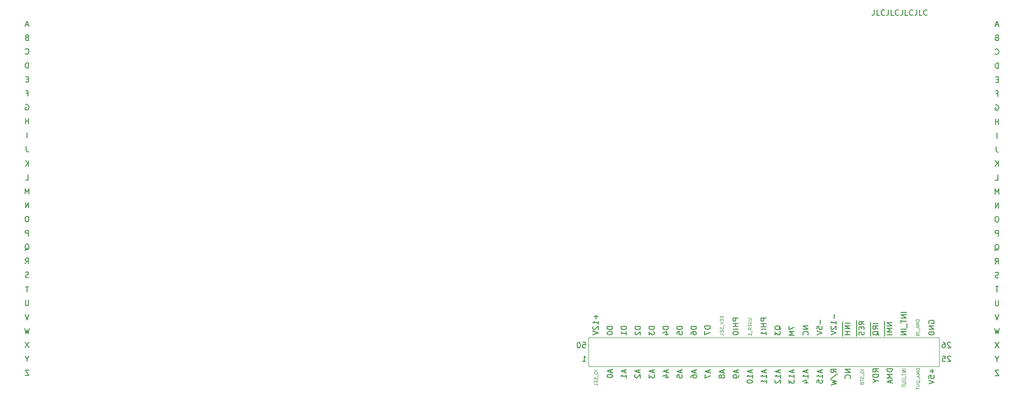
<source format=gbo>
G04 #@! TF.GenerationSoftware,KiCad,Pcbnew,(5.1.2)-1*
G04 #@! TF.CreationDate,2019-09-16T11:06:18-07:00*
G04 #@! TF.ProjectId,AppleIIPerfBoardCard,4170706c-6549-4495-9065-7266426f6172,rev?*
G04 #@! TF.SameCoordinates,Original*
G04 #@! TF.FileFunction,Legend,Bot*
G04 #@! TF.FilePolarity,Positive*
%FSLAX46Y46*%
G04 Gerber Fmt 4.6, Leading zero omitted, Abs format (unit mm)*
G04 Created by KiCad (PCBNEW (5.1.2)-1) date 2019-09-16 11:06:18*
%MOMM*%
%LPD*%
G04 APERTURE LIST*
%ADD10C,0.150000*%
%ADD11C,0.125000*%
%ADD12C,0.120000*%
%ADD13O,1.802000X1.802000*%
%ADD14C,1.802000*%
%ADD15R,1.372000X7.402000*%
%ADD16R,1.802000X1.802000*%
G04 APERTURE END LIST*
D10*
X209652812Y-60940700D02*
X209652812Y-61654986D01*
X209605193Y-61797843D01*
X209509955Y-61893081D01*
X209367098Y-61940700D01*
X209271860Y-61940700D01*
X210605193Y-61940700D02*
X210129002Y-61940700D01*
X210129002Y-60940700D01*
X211509955Y-61845462D02*
X211462336Y-61893081D01*
X211319479Y-61940700D01*
X211224240Y-61940700D01*
X211081383Y-61893081D01*
X210986145Y-61797843D01*
X210938526Y-61702605D01*
X210890907Y-61512129D01*
X210890907Y-61369272D01*
X210938526Y-61178796D01*
X210986145Y-61083558D01*
X211081383Y-60988320D01*
X211224240Y-60940700D01*
X211319479Y-60940700D01*
X211462336Y-60988320D01*
X211509955Y-61035939D01*
X212224240Y-60940700D02*
X212224240Y-61654986D01*
X212176621Y-61797843D01*
X212081383Y-61893081D01*
X211938526Y-61940700D01*
X211843288Y-61940700D01*
X213176621Y-61940700D02*
X212700431Y-61940700D01*
X212700431Y-60940700D01*
X214081383Y-61845462D02*
X214033764Y-61893081D01*
X213890907Y-61940700D01*
X213795669Y-61940700D01*
X213652812Y-61893081D01*
X213557574Y-61797843D01*
X213509955Y-61702605D01*
X213462336Y-61512129D01*
X213462336Y-61369272D01*
X213509955Y-61178796D01*
X213557574Y-61083558D01*
X213652812Y-60988320D01*
X213795669Y-60940700D01*
X213890907Y-60940700D01*
X214033764Y-60988320D01*
X214081383Y-61035939D01*
X214795669Y-60940700D02*
X214795669Y-61654986D01*
X214748050Y-61797843D01*
X214652812Y-61893081D01*
X214509955Y-61940700D01*
X214414717Y-61940700D01*
X215748050Y-61940700D02*
X215271860Y-61940700D01*
X215271860Y-60940700D01*
X216652812Y-61845462D02*
X216605193Y-61893081D01*
X216462336Y-61940700D01*
X216367098Y-61940700D01*
X216224240Y-61893081D01*
X216129002Y-61797843D01*
X216081383Y-61702605D01*
X216033764Y-61512129D01*
X216033764Y-61369272D01*
X216081383Y-61178796D01*
X216129002Y-61083558D01*
X216224240Y-60988320D01*
X216367098Y-60940700D01*
X216462336Y-60940700D01*
X216605193Y-60988320D01*
X216652812Y-61035939D01*
X217367098Y-60940700D02*
X217367098Y-61654986D01*
X217319479Y-61797843D01*
X217224240Y-61893081D01*
X217081383Y-61940700D01*
X216986145Y-61940700D01*
X218319479Y-61940700D02*
X217843288Y-61940700D01*
X217843288Y-60940700D01*
X219224240Y-61845462D02*
X219176621Y-61893081D01*
X219033764Y-61940700D01*
X218938526Y-61940700D01*
X218795669Y-61893081D01*
X218700431Y-61797843D01*
X218652812Y-61702605D01*
X218605193Y-61512129D01*
X218605193Y-61369272D01*
X218652812Y-61178796D01*
X218700431Y-61083558D01*
X218795669Y-60988320D01*
X218938526Y-60940700D01*
X219033764Y-60940700D01*
X219176621Y-60988320D01*
X219224240Y-61035939D01*
X232258193Y-126444760D02*
X231591526Y-126444760D01*
X232258193Y-127444760D01*
X231591526Y-127444760D01*
X231924860Y-124428570D02*
X231924860Y-124904760D01*
X232258193Y-123904760D02*
X231924860Y-124428570D01*
X231591526Y-123904760D01*
X232267673Y-121387620D02*
X231601006Y-122387620D01*
X231601006Y-121387620D02*
X232267673Y-122387620D01*
X232353431Y-118824760D02*
X232115336Y-119824760D01*
X231924860Y-119110475D01*
X231734383Y-119824760D01*
X231496288Y-118824760D01*
X232258193Y-116284760D02*
X231924860Y-117284760D01*
X231591526Y-116284760D01*
X232210574Y-113744760D02*
X232210574Y-114554284D01*
X232162955Y-114649522D01*
X232115336Y-114697141D01*
X232020098Y-114744760D01*
X231829621Y-114744760D01*
X231734383Y-114697141D01*
X231686764Y-114649522D01*
X231639145Y-114554284D01*
X231639145Y-113744760D01*
X232210574Y-111204760D02*
X231639145Y-111204760D01*
X231924860Y-112204760D02*
X231924860Y-111204760D01*
X232195334Y-109624761D02*
X232052477Y-109672380D01*
X231814381Y-109672380D01*
X231719143Y-109624761D01*
X231671524Y-109577142D01*
X231623905Y-109481904D01*
X231623905Y-109386666D01*
X231671524Y-109291428D01*
X231719143Y-109243809D01*
X231814381Y-109196190D01*
X232004858Y-109148571D01*
X232100096Y-109100952D01*
X232147715Y-109053333D01*
X232195334Y-108958095D01*
X232195334Y-108862857D01*
X232147715Y-108767619D01*
X232100096Y-108720000D01*
X232004858Y-108672380D01*
X231766762Y-108672380D01*
X231623905Y-108720000D01*
X231600096Y-107132380D02*
X231933429Y-106656190D01*
X232171524Y-107132380D02*
X232171524Y-106132380D01*
X231790572Y-106132380D01*
X231695334Y-106180000D01*
X231647715Y-106227619D01*
X231600096Y-106322857D01*
X231600096Y-106465714D01*
X231647715Y-106560952D01*
X231695334Y-106608571D01*
X231790572Y-106656190D01*
X232171524Y-106656190D01*
X231528667Y-104687619D02*
X231623905Y-104640000D01*
X231719143Y-104544761D01*
X231862000Y-104401904D01*
X231957239Y-104354285D01*
X232052477Y-104354285D01*
X232004858Y-104592380D02*
X232100096Y-104544761D01*
X232195334Y-104449523D01*
X232242953Y-104259047D01*
X232242953Y-103925714D01*
X232195334Y-103735238D01*
X232100096Y-103640000D01*
X232004858Y-103592380D01*
X231814381Y-103592380D01*
X231719143Y-103640000D01*
X231623905Y-103735238D01*
X231576286Y-103925714D01*
X231576286Y-104259047D01*
X231623905Y-104449523D01*
X231719143Y-104544761D01*
X231814381Y-104592380D01*
X232004858Y-104592380D01*
X232171524Y-102052380D02*
X232171524Y-101052380D01*
X231790572Y-101052380D01*
X231695334Y-101100000D01*
X231647715Y-101147619D01*
X231600096Y-101242857D01*
X231600096Y-101385714D01*
X231647715Y-101480952D01*
X231695334Y-101528571D01*
X231790572Y-101576190D01*
X232171524Y-101576190D01*
X232004858Y-98512380D02*
X231814381Y-98512380D01*
X231719143Y-98560000D01*
X231623905Y-98655238D01*
X231576286Y-98845714D01*
X231576286Y-99179047D01*
X231623905Y-99369523D01*
X231719143Y-99464761D01*
X231814381Y-99512380D01*
X232004858Y-99512380D01*
X232100096Y-99464761D01*
X232195334Y-99369523D01*
X232242953Y-99179047D01*
X232242953Y-98845714D01*
X232195334Y-98655238D01*
X232100096Y-98560000D01*
X232004858Y-98512380D01*
X232210574Y-96974920D02*
X232210574Y-95974920D01*
X231639145Y-96974920D01*
X231639145Y-95974920D01*
X232258193Y-94434920D02*
X232258193Y-93434920D01*
X231924860Y-94149206D01*
X231591526Y-93434920D01*
X231591526Y-94434920D01*
X231615336Y-91894920D02*
X232091526Y-91894920D01*
X232091526Y-90894920D01*
X232191844Y-89352380D02*
X232191844Y-88352380D01*
X231620416Y-89352380D02*
X232048987Y-88780952D01*
X231620416Y-88352380D02*
X232191844Y-88923809D01*
X231787082Y-85814920D02*
X231787082Y-86529206D01*
X231834701Y-86672063D01*
X231929940Y-86767301D01*
X232072797Y-86814920D01*
X232168035Y-86814920D01*
X231929940Y-84277460D02*
X231929940Y-83277460D01*
X232215654Y-81740000D02*
X232215654Y-80740000D01*
X232215654Y-81216191D02*
X231644225Y-81216191D01*
X231644225Y-81740000D02*
X231644225Y-80740000D01*
X231662955Y-78240000D02*
X231758193Y-78192380D01*
X231901050Y-78192380D01*
X232043907Y-78240000D01*
X232139145Y-78335238D01*
X232186764Y-78430476D01*
X232234383Y-78620952D01*
X232234383Y-78763809D01*
X232186764Y-78954285D01*
X232139145Y-79049523D01*
X232043907Y-79144761D01*
X231901050Y-79192380D01*
X231805812Y-79192380D01*
X231662955Y-79144761D01*
X231615336Y-79097142D01*
X231615336Y-78763809D01*
X231805812Y-78763809D01*
X231782002Y-76131111D02*
X232115336Y-76131111D01*
X232115336Y-76654920D02*
X232115336Y-75654920D01*
X231639145Y-75654920D01*
X232144225Y-73593651D02*
X231810892Y-73593651D01*
X231668035Y-74117460D02*
X232144225Y-74117460D01*
X232144225Y-73117460D01*
X231668035Y-73117460D01*
X232191844Y-71580000D02*
X232191844Y-70580000D01*
X231953749Y-70580000D01*
X231810892Y-70627620D01*
X231715654Y-70722858D01*
X231668035Y-70818096D01*
X231620416Y-71008572D01*
X231620416Y-71151429D01*
X231668035Y-71341905D01*
X231715654Y-71437143D01*
X231810892Y-71532381D01*
X231953749Y-71580000D01*
X232191844Y-71580000D01*
X231620416Y-68944762D02*
X231668035Y-68992381D01*
X231810892Y-69040000D01*
X231906130Y-69040000D01*
X232048987Y-68992381D01*
X232144225Y-68897143D01*
X232191844Y-68801905D01*
X232239463Y-68611429D01*
X232239463Y-68468572D01*
X232191844Y-68278096D01*
X232144225Y-68182858D01*
X232048987Y-68087620D01*
X231906130Y-68040000D01*
X231810892Y-68040000D01*
X231668035Y-68087620D01*
X231620416Y-68135239D01*
X231862911Y-65978731D02*
X231720054Y-66026350D01*
X231672435Y-66073969D01*
X231624816Y-66169207D01*
X231624816Y-66312064D01*
X231672435Y-66407302D01*
X231720054Y-66454921D01*
X231815292Y-66502540D01*
X232196244Y-66502540D01*
X232196244Y-65502540D01*
X231862911Y-65502540D01*
X231767673Y-65550160D01*
X231720054Y-65597779D01*
X231672435Y-65693017D01*
X231672435Y-65788255D01*
X231720054Y-65883493D01*
X231767673Y-65931112D01*
X231862911Y-65978731D01*
X232196244Y-65978731D01*
X232172435Y-63676826D02*
X231696244Y-63676826D01*
X232267673Y-63962540D02*
X231934340Y-62962540D01*
X231601006Y-63962540D01*
X56162533Y-126426980D02*
X55495866Y-126426980D01*
X56162533Y-127426980D01*
X55495866Y-127426980D01*
X55836820Y-124413330D02*
X55836820Y-124889520D01*
X56170153Y-123889520D02*
X55836820Y-124413330D01*
X55503486Y-123889520D01*
X56170153Y-121352060D02*
X55503486Y-122352060D01*
X55503486Y-121352060D02*
X56170153Y-122352060D01*
X56270471Y-118819680D02*
X56032376Y-119819680D01*
X55841900Y-119105395D01*
X55651423Y-119819680D01*
X55413328Y-118819680D01*
X56177093Y-116281480D02*
X55843760Y-117281480D01*
X55510426Y-116281480D01*
X56099674Y-113711740D02*
X56099674Y-114521264D01*
X56052055Y-114616502D01*
X56004436Y-114664121D01*
X55909198Y-114711740D01*
X55718721Y-114711740D01*
X55623483Y-114664121D01*
X55575864Y-114616502D01*
X55528245Y-114521264D01*
X55528245Y-113711740D01*
X56104754Y-111273340D02*
X55533325Y-111273340D01*
X55819040Y-112273340D02*
X55819040Y-111273340D01*
X56099674Y-109584121D02*
X55956817Y-109631740D01*
X55718721Y-109631740D01*
X55623483Y-109584121D01*
X55575864Y-109536502D01*
X55528245Y-109441264D01*
X55528245Y-109346026D01*
X55575864Y-109250788D01*
X55623483Y-109203169D01*
X55718721Y-109155550D01*
X55909198Y-109107931D01*
X56004436Y-109060312D01*
X56052055Y-109012693D01*
X56099674Y-108917455D01*
X56099674Y-108822217D01*
X56052055Y-108726979D01*
X56004436Y-108679360D01*
X55909198Y-108631740D01*
X55671102Y-108631740D01*
X55528245Y-108679360D01*
X55504436Y-107091740D02*
X55837769Y-106615550D01*
X56075864Y-107091740D02*
X56075864Y-106091740D01*
X55694912Y-106091740D01*
X55599674Y-106139360D01*
X55552055Y-106186979D01*
X55504436Y-106282217D01*
X55504436Y-106425074D01*
X55552055Y-106520312D01*
X55599674Y-106567931D01*
X55694912Y-106615550D01*
X56075864Y-106615550D01*
X55433007Y-104646979D02*
X55528245Y-104599360D01*
X55623483Y-104504121D01*
X55766340Y-104361264D01*
X55861579Y-104313645D01*
X55956817Y-104313645D01*
X55909198Y-104551740D02*
X56004436Y-104504121D01*
X56099674Y-104408883D01*
X56147293Y-104218407D01*
X56147293Y-103885074D01*
X56099674Y-103694598D01*
X56004436Y-103599360D01*
X55909198Y-103551740D01*
X55718721Y-103551740D01*
X55623483Y-103599360D01*
X55528245Y-103694598D01*
X55480626Y-103885074D01*
X55480626Y-104218407D01*
X55528245Y-104408883D01*
X55623483Y-104504121D01*
X55718721Y-104551740D01*
X55909198Y-104551740D01*
X56096184Y-102039680D02*
X56096184Y-101039680D01*
X55715232Y-101039680D01*
X55619994Y-101087300D01*
X55572375Y-101134919D01*
X55524756Y-101230157D01*
X55524756Y-101373014D01*
X55572375Y-101468252D01*
X55619994Y-101515871D01*
X55715232Y-101563490D01*
X56096184Y-101563490D01*
X55921898Y-98486980D02*
X55731421Y-98486980D01*
X55636183Y-98534600D01*
X55540945Y-98629838D01*
X55493326Y-98820314D01*
X55493326Y-99153647D01*
X55540945Y-99344123D01*
X55636183Y-99439361D01*
X55731421Y-99486980D01*
X55921898Y-99486980D01*
X56017136Y-99439361D01*
X56112374Y-99344123D01*
X56159993Y-99153647D01*
X56159993Y-98820314D01*
X56112374Y-98629838D01*
X56017136Y-98534600D01*
X55921898Y-98486980D01*
X56112374Y-96949520D02*
X56112374Y-95949520D01*
X55540945Y-96949520D01*
X55540945Y-95949520D01*
X56159993Y-94412060D02*
X56159993Y-93412060D01*
X55826660Y-94126346D01*
X55493326Y-93412060D01*
X55493326Y-94412060D01*
X55527296Y-91877140D02*
X56003486Y-91877140D01*
X56003486Y-90877140D01*
X56098724Y-89339680D02*
X56098724Y-88339680D01*
X55527296Y-89339680D02*
X55955867Y-88768252D01*
X55527296Y-88339680D02*
X56098724Y-88911109D01*
X55673642Y-85761580D02*
X55673642Y-86475866D01*
X55721261Y-86618723D01*
X55816500Y-86713961D01*
X55959357Y-86761580D01*
X56054595Y-86761580D01*
X55816500Y-84244440D02*
X55816500Y-83244440D01*
X56104754Y-81691740D02*
X56104754Y-80691740D01*
X56104754Y-81167931D02*
X55533325Y-81167931D01*
X55533325Y-81691740D02*
X55533325Y-80691740D01*
X55557135Y-78201900D02*
X55652373Y-78154280D01*
X55795230Y-78154280D01*
X55938087Y-78201900D01*
X56033325Y-78297138D01*
X56080944Y-78392376D01*
X56128563Y-78582852D01*
X56128563Y-78725709D01*
X56080944Y-78916185D01*
X56033325Y-79011423D01*
X55938087Y-79106661D01*
X55795230Y-79154280D01*
X55699992Y-79154280D01*
X55557135Y-79106661D01*
X55509516Y-79059042D01*
X55509516Y-78725709D01*
X55699992Y-78725709D01*
X55686342Y-76103171D02*
X56019676Y-76103171D01*
X56019676Y-76626980D02*
X56019676Y-75626980D01*
X55543485Y-75626980D01*
X56043485Y-73563171D02*
X55710152Y-73563171D01*
X55567295Y-74086980D02*
X56043485Y-74086980D01*
X56043485Y-73086980D01*
X55567295Y-73086980D01*
X56091104Y-71546980D02*
X56091104Y-70546980D01*
X55853009Y-70546980D01*
X55710152Y-70594600D01*
X55614914Y-70689838D01*
X55567295Y-70785076D01*
X55519676Y-70975552D01*
X55519676Y-71118409D01*
X55567295Y-71308885D01*
X55614914Y-71404123D01*
X55710152Y-71499361D01*
X55853009Y-71546980D01*
X56091104Y-71546980D01*
X55524756Y-68914282D02*
X55572375Y-68961901D01*
X55715232Y-69009520D01*
X55810470Y-69009520D01*
X55953327Y-68961901D01*
X56048565Y-68866663D01*
X56096184Y-68771425D01*
X56143803Y-68580949D01*
X56143803Y-68438092D01*
X56096184Y-68247616D01*
X56048565Y-68152378D01*
X55953327Y-68057140D01*
X55810470Y-68009520D01*
X55715232Y-68009520D01*
X55572375Y-68057140D01*
X55524756Y-68104759D01*
X55767931Y-65950791D02*
X55625074Y-65998410D01*
X55577455Y-66046029D01*
X55529836Y-66141267D01*
X55529836Y-66284124D01*
X55577455Y-66379362D01*
X55625074Y-66426981D01*
X55720312Y-66474600D01*
X56101264Y-66474600D01*
X56101264Y-65474600D01*
X55767931Y-65474600D01*
X55672693Y-65522220D01*
X55625074Y-65569839D01*
X55577455Y-65665077D01*
X55577455Y-65760315D01*
X55625074Y-65855553D01*
X55672693Y-65903172D01*
X55767931Y-65950791D01*
X56101264Y-65950791D01*
X56087615Y-63638726D02*
X55611424Y-63638726D01*
X56182853Y-63924440D02*
X55849520Y-62924440D01*
X55516186Y-63924440D01*
X220157589Y-126239276D02*
X220157589Y-127001180D01*
X220538541Y-126620228D02*
X219776637Y-126620228D01*
X219538541Y-127953561D02*
X219538541Y-127477371D01*
X220014732Y-127429752D01*
X219967113Y-127477371D01*
X219919494Y-127572609D01*
X219919494Y-127810704D01*
X219967113Y-127905942D01*
X220014732Y-127953561D01*
X220109970Y-128001180D01*
X220348065Y-128001180D01*
X220443303Y-127953561D01*
X220490922Y-127905942D01*
X220538541Y-127810704D01*
X220538541Y-127572609D01*
X220490922Y-127477371D01*
X220443303Y-127429752D01*
X219538541Y-128286895D02*
X220538541Y-128620228D01*
X219538541Y-128953561D01*
D11*
X217848419Y-126145798D02*
X217248419Y-126145798D01*
X217248419Y-126288655D01*
X217276991Y-126374370D01*
X217334133Y-126431512D01*
X217391276Y-126460084D01*
X217505562Y-126488655D01*
X217591276Y-126488655D01*
X217705562Y-126460084D01*
X217762705Y-126431512D01*
X217819848Y-126374370D01*
X217848419Y-126288655D01*
X217848419Y-126145798D01*
X217848419Y-126745798D02*
X217248419Y-126745798D01*
X217676991Y-126945798D01*
X217248419Y-127145798D01*
X217848419Y-127145798D01*
X217676991Y-127402941D02*
X217676991Y-127688655D01*
X217848419Y-127345798D02*
X217248419Y-127545798D01*
X217848419Y-127745798D01*
X217905562Y-127802941D02*
X217905562Y-128260084D01*
X217248419Y-128517227D02*
X217248419Y-128631512D01*
X217276991Y-128688655D01*
X217334133Y-128745798D01*
X217448419Y-128774370D01*
X217648419Y-128774370D01*
X217762705Y-128745798D01*
X217819848Y-128688655D01*
X217848419Y-128631512D01*
X217848419Y-128517227D01*
X217819848Y-128460084D01*
X217762705Y-128402941D01*
X217648419Y-128374370D01*
X217448419Y-128374370D01*
X217334133Y-128402941D01*
X217276991Y-128460084D01*
X217248419Y-128517227D01*
X217248419Y-129031512D02*
X217734133Y-129031512D01*
X217791276Y-129060084D01*
X217819848Y-129088655D01*
X217848419Y-129145798D01*
X217848419Y-129260084D01*
X217819848Y-129317227D01*
X217791276Y-129345798D01*
X217734133Y-129374370D01*
X217248419Y-129374370D01*
X217248419Y-129574370D02*
X217248419Y-129917227D01*
X217848419Y-129745798D02*
X217248419Y-129745798D01*
X215295031Y-126193370D02*
X214695031Y-126193370D01*
X215295031Y-126479084D02*
X214695031Y-126479084D01*
X215295031Y-126821941D01*
X214695031Y-126821941D01*
X214695031Y-127021941D02*
X214695031Y-127364798D01*
X215295031Y-127193370D02*
X214695031Y-127193370D01*
X215352174Y-127421941D02*
X215352174Y-127879084D01*
X214695031Y-128136227D02*
X214695031Y-128250512D01*
X214723603Y-128307655D01*
X214780745Y-128364798D01*
X214895031Y-128393370D01*
X215095031Y-128393370D01*
X215209317Y-128364798D01*
X215266460Y-128307655D01*
X215295031Y-128250512D01*
X215295031Y-128136227D01*
X215266460Y-128079084D01*
X215209317Y-128021941D01*
X215095031Y-127993370D01*
X214895031Y-127993370D01*
X214780745Y-128021941D01*
X214723603Y-128079084D01*
X214695031Y-128136227D01*
X214695031Y-128650512D02*
X215180745Y-128650512D01*
X215237888Y-128679084D01*
X215266460Y-128707655D01*
X215295031Y-128764798D01*
X215295031Y-128879084D01*
X215266460Y-128936227D01*
X215237888Y-128964798D01*
X215180745Y-128993370D01*
X214695031Y-128993370D01*
X214695031Y-129193370D02*
X214695031Y-129536227D01*
X215295031Y-129364798D02*
X214695031Y-129364798D01*
D10*
X212933140Y-126203075D02*
X211933140Y-126203075D01*
X211933140Y-126441170D01*
X211980760Y-126584027D01*
X212075998Y-126679265D01*
X212171236Y-126726884D01*
X212361712Y-126774503D01*
X212504569Y-126774503D01*
X212695045Y-126726884D01*
X212790283Y-126679265D01*
X212885521Y-126584027D01*
X212933140Y-126441170D01*
X212933140Y-126203075D01*
X212933140Y-127203075D02*
X211933140Y-127203075D01*
X212647426Y-127536408D01*
X211933140Y-127869741D01*
X212933140Y-127869741D01*
X212647426Y-128298313D02*
X212647426Y-128774503D01*
X212933140Y-128203075D02*
X211933140Y-128536408D01*
X212933140Y-128869741D01*
X210383597Y-126815760D02*
X209907407Y-126482427D01*
X210383597Y-126244332D02*
X209383597Y-126244332D01*
X209383597Y-126625284D01*
X209431217Y-126720522D01*
X209478836Y-126768141D01*
X209574074Y-126815760D01*
X209716931Y-126815760D01*
X209812169Y-126768141D01*
X209859788Y-126720522D01*
X209907407Y-126625284D01*
X209907407Y-126244332D01*
X210383597Y-127244332D02*
X209383597Y-127244332D01*
X209383597Y-127482427D01*
X209431217Y-127625284D01*
X209526455Y-127720522D01*
X209621693Y-127768141D01*
X209812169Y-127815760D01*
X209955026Y-127815760D01*
X210145502Y-127768141D01*
X210240740Y-127720522D01*
X210335978Y-127625284D01*
X210383597Y-127482427D01*
X210383597Y-127244332D01*
X209907407Y-128434808D02*
X210383597Y-128434808D01*
X209383597Y-128101475D02*
X209907407Y-128434808D01*
X209383597Y-128768141D01*
D11*
X207689568Y-126286647D02*
X207089568Y-126286647D01*
X207089568Y-126686647D02*
X207089568Y-126800932D01*
X207118140Y-126858075D01*
X207175282Y-126915218D01*
X207289568Y-126943790D01*
X207489568Y-126943790D01*
X207603854Y-126915218D01*
X207660997Y-126858075D01*
X207689568Y-126800932D01*
X207689568Y-126686647D01*
X207660997Y-126629504D01*
X207603854Y-126572361D01*
X207489568Y-126543790D01*
X207289568Y-126543790D01*
X207175282Y-126572361D01*
X207118140Y-126629504D01*
X207089568Y-126686647D01*
X207746711Y-127058075D02*
X207746711Y-127515218D01*
X207660997Y-127629504D02*
X207689568Y-127715218D01*
X207689568Y-127858075D01*
X207660997Y-127915218D01*
X207632425Y-127943790D01*
X207575282Y-127972361D01*
X207518140Y-127972361D01*
X207460997Y-127943790D01*
X207432425Y-127915218D01*
X207403854Y-127858075D01*
X207375282Y-127743790D01*
X207346711Y-127686647D01*
X207318140Y-127658075D01*
X207260997Y-127629504D01*
X207203854Y-127629504D01*
X207146711Y-127658075D01*
X207118140Y-127686647D01*
X207089568Y-127743790D01*
X207089568Y-127886647D01*
X207118140Y-127972361D01*
X207089568Y-128143790D02*
X207089568Y-128486647D01*
X207689568Y-128315218D02*
X207089568Y-128315218D01*
X207375282Y-128886647D02*
X207403854Y-128972361D01*
X207432425Y-129000932D01*
X207489568Y-129029504D01*
X207575282Y-129029504D01*
X207632425Y-129000932D01*
X207660997Y-128972361D01*
X207689568Y-128915218D01*
X207689568Y-128686647D01*
X207089568Y-128686647D01*
X207089568Y-128886647D01*
X207118140Y-128943790D01*
X207146711Y-128972361D01*
X207203854Y-129000932D01*
X207260997Y-129000932D01*
X207318140Y-128972361D01*
X207346711Y-128943790D01*
X207375282Y-128886647D01*
X207375282Y-128686647D01*
D10*
X205318101Y-126322336D02*
X204318101Y-126322336D01*
X205318101Y-126893764D01*
X204318101Y-126893764D01*
X205222863Y-127941383D02*
X205270482Y-127893764D01*
X205318101Y-127750907D01*
X205318101Y-127655669D01*
X205270482Y-127512812D01*
X205175244Y-127417574D01*
X205080006Y-127369955D01*
X204889530Y-127322336D01*
X204746673Y-127322336D01*
X204556197Y-127369955D01*
X204460959Y-127417574D01*
X204365721Y-127512812D01*
X204318101Y-127655669D01*
X204318101Y-127750907D01*
X204365721Y-127893764D01*
X204413340Y-127941383D01*
X202765544Y-126888827D02*
X202289354Y-126555494D01*
X202765544Y-126317399D02*
X201765544Y-126317399D01*
X201765544Y-126698351D01*
X201813164Y-126793589D01*
X201860783Y-126841208D01*
X201956021Y-126888827D01*
X202098878Y-126888827D01*
X202194116Y-126841208D01*
X202241735Y-126793589D01*
X202289354Y-126698351D01*
X202289354Y-126317399D01*
X201717925Y-128031684D02*
X203003640Y-127174541D01*
X201765544Y-128269780D02*
X202765544Y-128507875D01*
X202051259Y-128698351D01*
X202765544Y-128888827D01*
X201765544Y-129126922D01*
X199944221Y-126434191D02*
X199944221Y-126910381D01*
X200229935Y-126338953D02*
X199229935Y-126672286D01*
X200229935Y-127005620D01*
X200229935Y-127862762D02*
X200229935Y-127291334D01*
X200229935Y-127577048D02*
X199229935Y-127577048D01*
X199372793Y-127481810D01*
X199468031Y-127386572D01*
X199515650Y-127291334D01*
X199229935Y-128767524D02*
X199229935Y-128291334D01*
X199706126Y-128243715D01*
X199658507Y-128291334D01*
X199610888Y-128386572D01*
X199610888Y-128624667D01*
X199658507Y-128719905D01*
X199706126Y-128767524D01*
X199801364Y-128815143D01*
X200039459Y-128815143D01*
X200134697Y-128767524D01*
X200182316Y-128719905D01*
X200229935Y-128624667D01*
X200229935Y-128386572D01*
X200182316Y-128291334D01*
X200134697Y-128243715D01*
X197376281Y-126434191D02*
X197376281Y-126910381D01*
X197661995Y-126338953D02*
X196661995Y-126672286D01*
X197661995Y-127005620D01*
X197661995Y-127862762D02*
X197661995Y-127291334D01*
X197661995Y-127577048D02*
X196661995Y-127577048D01*
X196804853Y-127481810D01*
X196900091Y-127386572D01*
X196947710Y-127291334D01*
X196995329Y-128719905D02*
X197661995Y-128719905D01*
X196614376Y-128481810D02*
X197328662Y-128243715D01*
X197328662Y-128862762D01*
X194851521Y-126434191D02*
X194851521Y-126910381D01*
X195137235Y-126338953D02*
X194137235Y-126672286D01*
X195137235Y-127005620D01*
X195137235Y-127862762D02*
X195137235Y-127291334D01*
X195137235Y-127577048D02*
X194137235Y-127577048D01*
X194280093Y-127481810D01*
X194375331Y-127386572D01*
X194422950Y-127291334D01*
X194137235Y-128196096D02*
X194137235Y-128815143D01*
X194518188Y-128481810D01*
X194518188Y-128624667D01*
X194565807Y-128719905D01*
X194613426Y-128767524D01*
X194708664Y-128815143D01*
X194946759Y-128815143D01*
X195041997Y-128767524D01*
X195089616Y-128719905D01*
X195137235Y-128624667D01*
X195137235Y-128338953D01*
X195089616Y-128243715D01*
X195041997Y-128196096D01*
X192326761Y-126434191D02*
X192326761Y-126910381D01*
X192612475Y-126338953D02*
X191612475Y-126672286D01*
X192612475Y-127005620D01*
X192612475Y-127862762D02*
X192612475Y-127291334D01*
X192612475Y-127577048D02*
X191612475Y-127577048D01*
X191755333Y-127481810D01*
X191850571Y-127386572D01*
X191898190Y-127291334D01*
X191707714Y-128243715D02*
X191660095Y-128291334D01*
X191612475Y-128386572D01*
X191612475Y-128624667D01*
X191660095Y-128719905D01*
X191707714Y-128767524D01*
X191802952Y-128815143D01*
X191898190Y-128815143D01*
X192041047Y-128767524D01*
X192612475Y-128196096D01*
X192612475Y-128815143D01*
X189776601Y-126434191D02*
X189776601Y-126910381D01*
X190062315Y-126338953D02*
X189062315Y-126672286D01*
X190062315Y-127005620D01*
X190062315Y-127862762D02*
X190062315Y-127291334D01*
X190062315Y-127577048D02*
X189062315Y-127577048D01*
X189205173Y-127481810D01*
X189300411Y-127386572D01*
X189348030Y-127291334D01*
X190062315Y-128815143D02*
X190062315Y-128243715D01*
X190062315Y-128529429D02*
X189062315Y-128529429D01*
X189205173Y-128434191D01*
X189300411Y-128338953D01*
X189348030Y-128243715D01*
X187236601Y-126434191D02*
X187236601Y-126910381D01*
X187522315Y-126338953D02*
X186522315Y-126672286D01*
X187522315Y-127005620D01*
X187522315Y-127862762D02*
X187522315Y-127291334D01*
X187522315Y-127577048D02*
X186522315Y-127577048D01*
X186665173Y-127481810D01*
X186760411Y-127386572D01*
X186808030Y-127291334D01*
X186522315Y-128481810D02*
X186522315Y-128577048D01*
X186569935Y-128672286D01*
X186617554Y-128719905D01*
X186712792Y-128767524D01*
X186903268Y-128815143D01*
X187141363Y-128815143D01*
X187331839Y-128767524D01*
X187427077Y-128719905D01*
X187474696Y-128672286D01*
X187522315Y-128577048D01*
X187522315Y-128481810D01*
X187474696Y-128386572D01*
X187427077Y-128338953D01*
X187331839Y-128291334D01*
X187141363Y-128243715D01*
X186903268Y-128243715D01*
X186712792Y-128291334D01*
X186617554Y-128338953D01*
X186569935Y-128386572D01*
X186522315Y-128481810D01*
X184724422Y-126434072D02*
X184724422Y-126910262D01*
X185010136Y-126338834D02*
X184010136Y-126672167D01*
X185010136Y-127005500D01*
X185010136Y-127386453D02*
X185010136Y-127576929D01*
X184962517Y-127672167D01*
X184914898Y-127719786D01*
X184772041Y-127815024D01*
X184581565Y-127862643D01*
X184200613Y-127862643D01*
X184105375Y-127815024D01*
X184057756Y-127767405D01*
X184010136Y-127672167D01*
X184010136Y-127481691D01*
X184057756Y-127386453D01*
X184105375Y-127338834D01*
X184200613Y-127291215D01*
X184438708Y-127291215D01*
X184533946Y-127338834D01*
X184581565Y-127386453D01*
X184629184Y-127481691D01*
X184629184Y-127672167D01*
X184581565Y-127767405D01*
X184533946Y-127815024D01*
X184438708Y-127862643D01*
X182199662Y-126454392D02*
X182199662Y-126930582D01*
X182485376Y-126359154D02*
X181485376Y-126692487D01*
X182485376Y-127025820D01*
X181913948Y-127502011D02*
X181866329Y-127406773D01*
X181818710Y-127359154D01*
X181723472Y-127311535D01*
X181675853Y-127311535D01*
X181580615Y-127359154D01*
X181532996Y-127406773D01*
X181485376Y-127502011D01*
X181485376Y-127692487D01*
X181532996Y-127787725D01*
X181580615Y-127835344D01*
X181675853Y-127882963D01*
X181723472Y-127882963D01*
X181818710Y-127835344D01*
X181866329Y-127787725D01*
X181913948Y-127692487D01*
X181913948Y-127502011D01*
X181961567Y-127406773D01*
X182009186Y-127359154D01*
X182104424Y-127311535D01*
X182294900Y-127311535D01*
X182390138Y-127359154D01*
X182437757Y-127406773D01*
X182485376Y-127502011D01*
X182485376Y-127692487D01*
X182437757Y-127787725D01*
X182390138Y-127835344D01*
X182294900Y-127882963D01*
X182104424Y-127882963D01*
X182009186Y-127835344D01*
X181961567Y-127787725D01*
X181913948Y-127692487D01*
X179629182Y-126434072D02*
X179629182Y-126910262D01*
X179914896Y-126338834D02*
X178914896Y-126672167D01*
X179914896Y-127005500D01*
X178914896Y-127243596D02*
X178914896Y-127910262D01*
X179914896Y-127481691D01*
X177091722Y-126454392D02*
X177091722Y-126930582D01*
X177377436Y-126359154D02*
X176377436Y-126692487D01*
X177377436Y-127025820D01*
X176377436Y-127787725D02*
X176377436Y-127597249D01*
X176425056Y-127502011D01*
X176472675Y-127454392D01*
X176615532Y-127359154D01*
X176806008Y-127311535D01*
X177186960Y-127311535D01*
X177282198Y-127359154D01*
X177329817Y-127406773D01*
X177377436Y-127502011D01*
X177377436Y-127692487D01*
X177329817Y-127787725D01*
X177282198Y-127835344D01*
X177186960Y-127882963D01*
X176948865Y-127882963D01*
X176853627Y-127835344D01*
X176806008Y-127787725D01*
X176758389Y-127692487D01*
X176758389Y-127502011D01*
X176806008Y-127406773D01*
X176853627Y-127359154D01*
X176948865Y-127311535D01*
X174533942Y-126434072D02*
X174533942Y-126910262D01*
X174819656Y-126338834D02*
X173819656Y-126672167D01*
X174819656Y-127005500D01*
X173819656Y-127815024D02*
X173819656Y-127338834D01*
X174295847Y-127291215D01*
X174248228Y-127338834D01*
X174200609Y-127434072D01*
X174200609Y-127672167D01*
X174248228Y-127767405D01*
X174295847Y-127815024D01*
X174391085Y-127862643D01*
X174629180Y-127862643D01*
X174724418Y-127815024D01*
X174772037Y-127767405D01*
X174819656Y-127672167D01*
X174819656Y-127434072D01*
X174772037Y-127338834D01*
X174724418Y-127291215D01*
X172011722Y-126428992D02*
X172011722Y-126905182D01*
X172297436Y-126333754D02*
X171297436Y-126667087D01*
X172297436Y-127000420D01*
X171630770Y-127762325D02*
X172297436Y-127762325D01*
X171249817Y-127524230D02*
X171964103Y-127286135D01*
X171964103Y-127905182D01*
X169471722Y-126428992D02*
X169471722Y-126905182D01*
X169757436Y-126333754D02*
X168757436Y-126667087D01*
X169757436Y-127000420D01*
X168757436Y-127238516D02*
X168757436Y-127857563D01*
X169138389Y-127524230D01*
X169138389Y-127667087D01*
X169186008Y-127762325D01*
X169233627Y-127809944D01*
X169328865Y-127857563D01*
X169566960Y-127857563D01*
X169662198Y-127809944D01*
X169709817Y-127762325D01*
X169757436Y-127667087D01*
X169757436Y-127381373D01*
X169709817Y-127286135D01*
X169662198Y-127238516D01*
X166891082Y-126428992D02*
X166891082Y-126905182D01*
X167176796Y-126333754D02*
X166176796Y-126667087D01*
X167176796Y-127000420D01*
X166272035Y-127286135D02*
X166224416Y-127333754D01*
X166176796Y-127428992D01*
X166176796Y-127667087D01*
X166224416Y-127762325D01*
X166272035Y-127809944D01*
X166367273Y-127857563D01*
X166462511Y-127857563D01*
X166605368Y-127809944D01*
X167176796Y-127238516D01*
X167176796Y-127857563D01*
X164373942Y-126428992D02*
X164373942Y-126905182D01*
X164659656Y-126333754D02*
X163659656Y-126667087D01*
X164659656Y-127000420D01*
X164659656Y-127857563D02*
X164659656Y-127286135D01*
X164659656Y-127571849D02*
X163659656Y-127571849D01*
X163802514Y-127476611D01*
X163897752Y-127381373D01*
X163945371Y-127286135D01*
X161856802Y-126388352D02*
X161856802Y-126864542D01*
X162142516Y-126293114D02*
X161142516Y-126626447D01*
X162142516Y-126959780D01*
X161142516Y-127483590D02*
X161142516Y-127578828D01*
X161190136Y-127674066D01*
X161237755Y-127721685D01*
X161332993Y-127769304D01*
X161523469Y-127816923D01*
X161761564Y-127816923D01*
X161952040Y-127769304D01*
X162047278Y-127721685D01*
X162094897Y-127674066D01*
X162142516Y-127578828D01*
X162142516Y-127483590D01*
X162094897Y-127388352D01*
X162047278Y-127340733D01*
X161952040Y-127293114D01*
X161761564Y-127245495D01*
X161523469Y-127245495D01*
X161332993Y-127293114D01*
X161237755Y-127340733D01*
X161190136Y-127388352D01*
X161142516Y-127483590D01*
D11*
X159402259Y-126475238D02*
X158802259Y-126475238D01*
X158802259Y-126875238D02*
X158802259Y-126989524D01*
X158830831Y-127046667D01*
X158887973Y-127103810D01*
X159002259Y-127132381D01*
X159202259Y-127132381D01*
X159316545Y-127103810D01*
X159373688Y-127046667D01*
X159402259Y-126989524D01*
X159402259Y-126875238D01*
X159373688Y-126818095D01*
X159316545Y-126760952D01*
X159202259Y-126732381D01*
X159002259Y-126732381D01*
X158887973Y-126760952D01*
X158830831Y-126818095D01*
X158802259Y-126875238D01*
X159459402Y-127246667D02*
X159459402Y-127703810D01*
X159373688Y-127818095D02*
X159402259Y-127903810D01*
X159402259Y-128046667D01*
X159373688Y-128103810D01*
X159345116Y-128132381D01*
X159287973Y-128160952D01*
X159230831Y-128160952D01*
X159173688Y-128132381D01*
X159145116Y-128103810D01*
X159116545Y-128046667D01*
X159087973Y-127932381D01*
X159059402Y-127875238D01*
X159030831Y-127846667D01*
X158973688Y-127818095D01*
X158916545Y-127818095D01*
X158859402Y-127846667D01*
X158830831Y-127875238D01*
X158802259Y-127932381D01*
X158802259Y-128075238D01*
X158830831Y-128160952D01*
X159087973Y-128418095D02*
X159087973Y-128618095D01*
X159402259Y-128703810D02*
X159402259Y-128418095D01*
X158802259Y-128418095D01*
X158802259Y-128703810D01*
X159402259Y-129246667D02*
X159402259Y-128960952D01*
X158802259Y-128960952D01*
D10*
X156676125Y-124892060D02*
X157247554Y-124892060D01*
X156961840Y-124892060D02*
X156961840Y-123892060D01*
X157057078Y-124034918D01*
X157152316Y-124130156D01*
X157247554Y-124177775D01*
X223522444Y-123982219D02*
X223474825Y-123934600D01*
X223379587Y-123886980D01*
X223141492Y-123886980D01*
X223046254Y-123934600D01*
X222998635Y-123982219D01*
X222951016Y-124077457D01*
X222951016Y-124172695D01*
X222998635Y-124315552D01*
X223570063Y-124886980D01*
X222951016Y-124886980D01*
X222046254Y-123886980D02*
X222522444Y-123886980D01*
X222570063Y-124363171D01*
X222522444Y-124315552D01*
X222427206Y-124267933D01*
X222189111Y-124267933D01*
X222093873Y-124315552D01*
X222046254Y-124363171D01*
X221998635Y-124458409D01*
X221998635Y-124696504D01*
X222046254Y-124791742D01*
X222093873Y-124839361D01*
X222189111Y-124886980D01*
X222427206Y-124886980D01*
X222522444Y-124839361D01*
X222570063Y-124791742D01*
X223497044Y-121457459D02*
X223449425Y-121409840D01*
X223354187Y-121362220D01*
X223116092Y-121362220D01*
X223020854Y-121409840D01*
X222973235Y-121457459D01*
X222925616Y-121552697D01*
X222925616Y-121647935D01*
X222973235Y-121790792D01*
X223544663Y-122362220D01*
X222925616Y-122362220D01*
X222068473Y-121362220D02*
X222258949Y-121362220D01*
X222354187Y-121409840D01*
X222401806Y-121457459D01*
X222497044Y-121600316D01*
X222544663Y-121790792D01*
X222544663Y-122171744D01*
X222497044Y-122266982D01*
X222449425Y-122314601D01*
X222354187Y-122362220D01*
X222163711Y-122362220D01*
X222068473Y-122314601D01*
X222020854Y-122266982D01*
X221973235Y-122171744D01*
X221973235Y-121933649D01*
X222020854Y-121838411D01*
X222068473Y-121790792D01*
X222163711Y-121743173D01*
X222354187Y-121743173D01*
X222449425Y-121790792D01*
X222497044Y-121838411D01*
X222544663Y-121933649D01*
X219585679Y-117961024D02*
X219538059Y-117865786D01*
X219538059Y-117722929D01*
X219585679Y-117580072D01*
X219680917Y-117484834D01*
X219776155Y-117437215D01*
X219966631Y-117389596D01*
X220109488Y-117389596D01*
X220299964Y-117437215D01*
X220395202Y-117484834D01*
X220490440Y-117580072D01*
X220538059Y-117722929D01*
X220538059Y-117818167D01*
X220490440Y-117961024D01*
X220442821Y-118008643D01*
X220109488Y-118008643D01*
X220109488Y-117818167D01*
X220538059Y-118437215D02*
X219538059Y-118437215D01*
X220538059Y-119008643D01*
X219538059Y-119008643D01*
X220538059Y-119484834D02*
X219538059Y-119484834D01*
X219538059Y-119722929D01*
X219585679Y-119865786D01*
X219680917Y-119961024D01*
X219776155Y-120008643D01*
X219966631Y-120056262D01*
X220109488Y-120056262D01*
X220299964Y-120008643D01*
X220395202Y-119961024D01*
X220490440Y-119865786D01*
X220538059Y-119722929D01*
X220538059Y-119484834D01*
D11*
X217806697Y-117226667D02*
X217206697Y-117226667D01*
X217206697Y-117369524D01*
X217235269Y-117455238D01*
X217292411Y-117512381D01*
X217349554Y-117540952D01*
X217463840Y-117569524D01*
X217549554Y-117569524D01*
X217663840Y-117540952D01*
X217720983Y-117512381D01*
X217778126Y-117455238D01*
X217806697Y-117369524D01*
X217806697Y-117226667D01*
X217806697Y-117826667D02*
X217206697Y-117826667D01*
X217635269Y-118026667D01*
X217206697Y-118226667D01*
X217806697Y-118226667D01*
X217635269Y-118483810D02*
X217635269Y-118769524D01*
X217806697Y-118426667D02*
X217206697Y-118626667D01*
X217806697Y-118826667D01*
X217863840Y-118883810D02*
X217863840Y-119340952D01*
X217806697Y-119483810D02*
X217206697Y-119483810D01*
X217806697Y-119769524D02*
X217206697Y-119769524D01*
X217806697Y-120112381D01*
X217206697Y-120112381D01*
D10*
X215465489Y-115925915D02*
X214465489Y-115925915D01*
X215465489Y-116402105D02*
X214465489Y-116402105D01*
X215465489Y-116973534D01*
X214465489Y-116973534D01*
X214465489Y-117306867D02*
X214465489Y-117878296D01*
X215465489Y-117592581D02*
X214465489Y-117592581D01*
X215560728Y-117973534D02*
X215560728Y-118735439D01*
X215465489Y-118973534D02*
X214465489Y-118973534D01*
X215465489Y-119449724D02*
X214465489Y-119449724D01*
X215465489Y-120021153D01*
X214465489Y-120021153D01*
X211545647Y-117592820D02*
X211545647Y-118640439D01*
X212913027Y-117830915D02*
X211913027Y-117830915D01*
X212913027Y-118402343D01*
X211913027Y-118402343D01*
X211545647Y-118640439D02*
X211545647Y-119783296D01*
X212913027Y-118878534D02*
X211913027Y-118878534D01*
X212627313Y-119211867D01*
X211913027Y-119545200D01*
X212913027Y-119545200D01*
X211545647Y-119783296D02*
X211545647Y-120259486D01*
X212913027Y-120021391D02*
X211913027Y-120021391D01*
X209005030Y-117732520D02*
X209005030Y-118208710D01*
X210372410Y-117970615D02*
X209372410Y-117970615D01*
X209005030Y-118208710D02*
X209005030Y-119208710D01*
X210372410Y-119018234D02*
X209896220Y-118684900D01*
X210372410Y-118446805D02*
X209372410Y-118446805D01*
X209372410Y-118827758D01*
X209420030Y-118922996D01*
X209467649Y-118970615D01*
X209562887Y-119018234D01*
X209705744Y-119018234D01*
X209800982Y-118970615D01*
X209848601Y-118922996D01*
X209896220Y-118827758D01*
X209896220Y-118446805D01*
X209005030Y-119208710D02*
X209005030Y-120256329D01*
X210467649Y-120113472D02*
X210420030Y-120018234D01*
X210324791Y-119922996D01*
X210181934Y-119780139D01*
X210134315Y-119684900D01*
X210134315Y-119589662D01*
X210372410Y-119637281D02*
X210324791Y-119542043D01*
X210229553Y-119446805D01*
X210039077Y-119399186D01*
X209705744Y-119399186D01*
X209515268Y-119446805D01*
X209420030Y-119542043D01*
X209372410Y-119637281D01*
X209372410Y-119827758D01*
X209420030Y-119922996D01*
X209515268Y-120018234D01*
X209705744Y-120065853D01*
X210039077Y-120065853D01*
X210229553Y-120018234D01*
X210324791Y-119922996D01*
X210372410Y-119827758D01*
X210372410Y-119637281D01*
X206470703Y-117382000D02*
X206470703Y-118382000D01*
X207838083Y-118191523D02*
X207361893Y-117858190D01*
X207838083Y-117620095D02*
X206838083Y-117620095D01*
X206838083Y-118001047D01*
X206885703Y-118096285D01*
X206933322Y-118143904D01*
X207028560Y-118191523D01*
X207171417Y-118191523D01*
X207266655Y-118143904D01*
X207314274Y-118096285D01*
X207361893Y-118001047D01*
X207361893Y-117620095D01*
X206470703Y-118382000D02*
X206470703Y-119286761D01*
X207314274Y-118620095D02*
X207314274Y-118953428D01*
X207838083Y-119096285D02*
X207838083Y-118620095D01*
X206838083Y-118620095D01*
X206838083Y-119096285D01*
X206470703Y-119286761D02*
X206470703Y-120239142D01*
X207790464Y-119477238D02*
X207838083Y-119620095D01*
X207838083Y-119858190D01*
X207790464Y-119953428D01*
X207742845Y-120001047D01*
X207647607Y-120048666D01*
X207552369Y-120048666D01*
X207457131Y-120001047D01*
X207409512Y-119953428D01*
X207361893Y-119858190D01*
X207314274Y-119667714D01*
X207266655Y-119572476D01*
X207219036Y-119524857D01*
X207123798Y-119477238D01*
X207028560Y-119477238D01*
X206933322Y-119524857D01*
X206885703Y-119572476D01*
X206838083Y-119667714D01*
X206838083Y-119905809D01*
X206885703Y-120048666D01*
X203932009Y-117666480D02*
X203932009Y-118142670D01*
X205299389Y-117904575D02*
X204299389Y-117904575D01*
X203932009Y-118142670D02*
X203932009Y-119190289D01*
X205299389Y-118380765D02*
X204299389Y-118380765D01*
X205299389Y-118952194D01*
X204299389Y-118952194D01*
X203932009Y-119190289D02*
X203932009Y-120237908D01*
X205299389Y-119428384D02*
X204299389Y-119428384D01*
X204775580Y-119428384D02*
X204775580Y-119999813D01*
X205299389Y-119999813D02*
X204299389Y-119999813D01*
X202369368Y-116339935D02*
X202369368Y-117101840D01*
X202750320Y-118101840D02*
X202750320Y-117530411D01*
X202750320Y-117816125D02*
X201750320Y-117816125D01*
X201893178Y-117720887D01*
X201988416Y-117625649D01*
X202036035Y-117530411D01*
X201845559Y-118482792D02*
X201797940Y-118530411D01*
X201750320Y-118625649D01*
X201750320Y-118863744D01*
X201797940Y-118958982D01*
X201845559Y-119006601D01*
X201940797Y-119054220D01*
X202036035Y-119054220D01*
X202178892Y-119006601D01*
X202750320Y-118435173D01*
X202750320Y-119054220D01*
X201750320Y-119339935D02*
X202750320Y-119673268D01*
X201750320Y-120006601D01*
X199834567Y-117294975D02*
X199834567Y-118056880D01*
X199215519Y-119009260D02*
X199215519Y-118533070D01*
X199691710Y-118485451D01*
X199644091Y-118533070D01*
X199596472Y-118628308D01*
X199596472Y-118866403D01*
X199644091Y-118961641D01*
X199691710Y-119009260D01*
X199786948Y-119056880D01*
X200025043Y-119056880D01*
X200120281Y-119009260D01*
X200167900Y-118961641D01*
X200215519Y-118866403D01*
X200215519Y-118628308D01*
X200167900Y-118533070D01*
X200120281Y-118485451D01*
X199215519Y-119342594D02*
X200215519Y-119675927D01*
X199215519Y-120009260D01*
X197673739Y-118412575D02*
X196673739Y-118412575D01*
X197673739Y-118984003D01*
X196673739Y-118984003D01*
X197578501Y-120031622D02*
X197626120Y-119984003D01*
X197673739Y-119841146D01*
X197673739Y-119745908D01*
X197626120Y-119603051D01*
X197530882Y-119507813D01*
X197435644Y-119460194D01*
X197245168Y-119412575D01*
X197102311Y-119412575D01*
X196911835Y-119460194D01*
X196816597Y-119507813D01*
X196721359Y-119603051D01*
X196673739Y-119745908D01*
X196673739Y-119841146D01*
X196721359Y-119984003D01*
X196768978Y-120031622D01*
X194133098Y-118393537D02*
X194133098Y-119060203D01*
X195133098Y-118631632D01*
X195133098Y-119441156D02*
X194133098Y-119441156D01*
X194847384Y-119774489D01*
X194133098Y-120107822D01*
X195133098Y-120107822D01*
X192694699Y-119130041D02*
X192647080Y-119034803D01*
X192551841Y-118939565D01*
X192408984Y-118796708D01*
X192361365Y-118701470D01*
X192361365Y-118606232D01*
X192599460Y-118653851D02*
X192551841Y-118558613D01*
X192456603Y-118463375D01*
X192266127Y-118415756D01*
X191932794Y-118415756D01*
X191742318Y-118463375D01*
X191647080Y-118558613D01*
X191599460Y-118653851D01*
X191599460Y-118844327D01*
X191647080Y-118939565D01*
X191742318Y-119034803D01*
X191932794Y-119082422D01*
X192266127Y-119082422D01*
X192456603Y-119034803D01*
X192551841Y-118939565D01*
X192599460Y-118844327D01*
X192599460Y-118653851D01*
X191599460Y-119415756D02*
X191599460Y-120034803D01*
X191980413Y-119701470D01*
X191980413Y-119844327D01*
X192028032Y-119939565D01*
X192075651Y-119987184D01*
X192170889Y-120034803D01*
X192408984Y-120034803D01*
X192504222Y-119987184D01*
X192551841Y-119939565D01*
X192599460Y-119844327D01*
X192599460Y-119558613D01*
X192551841Y-119463375D01*
X192504222Y-119415756D01*
X190048140Y-117000335D02*
X189048140Y-117000335D01*
X189048140Y-117381287D01*
X189095760Y-117476525D01*
X189143379Y-117524144D01*
X189238617Y-117571763D01*
X189381474Y-117571763D01*
X189476712Y-117524144D01*
X189524331Y-117476525D01*
X189571950Y-117381287D01*
X189571950Y-117000335D01*
X190048140Y-118000335D02*
X189048140Y-118000335D01*
X189524331Y-118000335D02*
X189524331Y-118571763D01*
X190048140Y-118571763D02*
X189048140Y-118571763D01*
X190048140Y-119047954D02*
X189048140Y-119047954D01*
X190048140Y-120047954D02*
X190048140Y-119476525D01*
X190048140Y-119762240D02*
X189048140Y-119762240D01*
X189190998Y-119667001D01*
X189286236Y-119571763D01*
X189333855Y-119476525D01*
D11*
X186748897Y-117010767D02*
X187234611Y-117010767D01*
X187291754Y-117039338D01*
X187320326Y-117067910D01*
X187348897Y-117125052D01*
X187348897Y-117239338D01*
X187320326Y-117296481D01*
X187291754Y-117325052D01*
X187234611Y-117353624D01*
X186748897Y-117353624D01*
X187320326Y-117610767D02*
X187348897Y-117696481D01*
X187348897Y-117839338D01*
X187320326Y-117896481D01*
X187291754Y-117925052D01*
X187234611Y-117953624D01*
X187177469Y-117953624D01*
X187120326Y-117925052D01*
X187091754Y-117896481D01*
X187063183Y-117839338D01*
X187034611Y-117725052D01*
X187006040Y-117667910D01*
X186977469Y-117639338D01*
X186920326Y-117610767D01*
X186863183Y-117610767D01*
X186806040Y-117639338D01*
X186777469Y-117667910D01*
X186748897Y-117725052D01*
X186748897Y-117867910D01*
X186777469Y-117953624D01*
X187034611Y-118210767D02*
X187034611Y-118410767D01*
X187348897Y-118496481D02*
X187348897Y-118210767D01*
X186748897Y-118210767D01*
X186748897Y-118496481D01*
X187348897Y-119096481D02*
X187063183Y-118896481D01*
X187348897Y-118753624D02*
X186748897Y-118753624D01*
X186748897Y-118982195D01*
X186777469Y-119039338D01*
X186806040Y-119067910D01*
X186863183Y-119096481D01*
X186948897Y-119096481D01*
X187006040Y-119067910D01*
X187034611Y-119039338D01*
X187063183Y-118982195D01*
X187063183Y-118753624D01*
X187406040Y-119210767D02*
X187406040Y-119667910D01*
X187348897Y-120125052D02*
X187348897Y-119782195D01*
X187348897Y-119953624D02*
X186748897Y-119953624D01*
X186834611Y-119896481D01*
X186891754Y-119839338D01*
X186920326Y-119782195D01*
D10*
X184977370Y-116959695D02*
X183977370Y-116959695D01*
X183977370Y-117340647D01*
X184024990Y-117435885D01*
X184072609Y-117483504D01*
X184167847Y-117531123D01*
X184310704Y-117531123D01*
X184405942Y-117483504D01*
X184453561Y-117435885D01*
X184501180Y-117340647D01*
X184501180Y-116959695D01*
X184977370Y-117959695D02*
X183977370Y-117959695D01*
X184453561Y-117959695D02*
X184453561Y-118531123D01*
X184977370Y-118531123D02*
X183977370Y-118531123D01*
X184977370Y-119007314D02*
X183977370Y-119007314D01*
X183977370Y-119673980D02*
X183977370Y-119769219D01*
X184024990Y-119864457D01*
X184072609Y-119912076D01*
X184167847Y-119959695D01*
X184358323Y-120007314D01*
X184596418Y-120007314D01*
X184786894Y-119959695D01*
X184882132Y-119912076D01*
X184929751Y-119864457D01*
X184977370Y-119769219D01*
X184977370Y-119673980D01*
X184929751Y-119578742D01*
X184882132Y-119531123D01*
X184786894Y-119483504D01*
X184596418Y-119435885D01*
X184358323Y-119435885D01*
X184167847Y-119483504D01*
X184072609Y-119531123D01*
X184024990Y-119578742D01*
X183977370Y-119673980D01*
D11*
X182243454Y-116606907D02*
X181643454Y-116606907D01*
X181643454Y-116749764D01*
X181672026Y-116835478D01*
X181729168Y-116892621D01*
X181786311Y-116921192D01*
X181900597Y-116949764D01*
X181986311Y-116949764D01*
X182100597Y-116921192D01*
X182157740Y-116892621D01*
X182214883Y-116835478D01*
X182243454Y-116749764D01*
X182243454Y-116606907D01*
X181929168Y-117206907D02*
X181929168Y-117406907D01*
X182243454Y-117492621D02*
X182243454Y-117206907D01*
X181643454Y-117206907D01*
X181643454Y-117492621D01*
X181643454Y-117664050D02*
X182243454Y-117864050D01*
X181643454Y-118064050D01*
X182300597Y-118121192D02*
X182300597Y-118578335D01*
X182214883Y-118692621D02*
X182243454Y-118778335D01*
X182243454Y-118921192D01*
X182214883Y-118978335D01*
X182186311Y-119006907D01*
X182129168Y-119035478D01*
X182072026Y-119035478D01*
X182014883Y-119006907D01*
X181986311Y-118978335D01*
X181957740Y-118921192D01*
X181929168Y-118806907D01*
X181900597Y-118749764D01*
X181872026Y-118721192D01*
X181814883Y-118692621D01*
X181757740Y-118692621D01*
X181700597Y-118721192D01*
X181672026Y-118749764D01*
X181643454Y-118806907D01*
X181643454Y-118949764D01*
X181672026Y-119035478D01*
X181929168Y-119292621D02*
X181929168Y-119492621D01*
X182243454Y-119578335D02*
X182243454Y-119292621D01*
X181643454Y-119292621D01*
X181643454Y-119578335D01*
X182243454Y-120121192D02*
X182243454Y-119835478D01*
X181643454Y-119835478D01*
D10*
X179877241Y-118455755D02*
X178877241Y-118455755D01*
X178877241Y-118693850D01*
X178924861Y-118836707D01*
X179020099Y-118931945D01*
X179115337Y-118979564D01*
X179305813Y-119027183D01*
X179448670Y-119027183D01*
X179639146Y-118979564D01*
X179734384Y-118931945D01*
X179829622Y-118836707D01*
X179877241Y-118693850D01*
X179877241Y-118455755D01*
X178877241Y-119360517D02*
X178877241Y-120027183D01*
X179877241Y-119598612D01*
X164655021Y-118504015D02*
X163655021Y-118504015D01*
X163655021Y-118742110D01*
X163702641Y-118884967D01*
X163797879Y-118980205D01*
X163893117Y-119027824D01*
X164083593Y-119075443D01*
X164226450Y-119075443D01*
X164416926Y-119027824D01*
X164512164Y-118980205D01*
X164607402Y-118884967D01*
X164655021Y-118742110D01*
X164655021Y-118504015D01*
X164655021Y-120027824D02*
X164655021Y-119456396D01*
X164655021Y-119742110D02*
X163655021Y-119742110D01*
X163797879Y-119646872D01*
X163893117Y-119551634D01*
X163940736Y-119456396D01*
X167195021Y-118504015D02*
X166195021Y-118504015D01*
X166195021Y-118742110D01*
X166242641Y-118884967D01*
X166337879Y-118980205D01*
X166433117Y-119027824D01*
X166623593Y-119075443D01*
X166766450Y-119075443D01*
X166956926Y-119027824D01*
X167052164Y-118980205D01*
X167147402Y-118884967D01*
X167195021Y-118742110D01*
X167195021Y-118504015D01*
X166290260Y-119456396D02*
X166242641Y-119504015D01*
X166195021Y-119599253D01*
X166195021Y-119837348D01*
X166242641Y-119932586D01*
X166290260Y-119980205D01*
X166385498Y-120027824D01*
X166480736Y-120027824D01*
X166623593Y-119980205D01*
X167195021Y-119408777D01*
X167195021Y-120027824D01*
X169735021Y-118504015D02*
X168735021Y-118504015D01*
X168735021Y-118742110D01*
X168782641Y-118884967D01*
X168877879Y-118980205D01*
X168973117Y-119027824D01*
X169163593Y-119075443D01*
X169306450Y-119075443D01*
X169496926Y-119027824D01*
X169592164Y-118980205D01*
X169687402Y-118884967D01*
X169735021Y-118742110D01*
X169735021Y-118504015D01*
X168735021Y-119408777D02*
X168735021Y-120027824D01*
X169115974Y-119694491D01*
X169115974Y-119837348D01*
X169163593Y-119932586D01*
X169211212Y-119980205D01*
X169306450Y-120027824D01*
X169544545Y-120027824D01*
X169639783Y-119980205D01*
X169687402Y-119932586D01*
X169735021Y-119837348D01*
X169735021Y-119551634D01*
X169687402Y-119456396D01*
X169639783Y-119408777D01*
X172275021Y-118504015D02*
X171275021Y-118504015D01*
X171275021Y-118742110D01*
X171322641Y-118884967D01*
X171417879Y-118980205D01*
X171513117Y-119027824D01*
X171703593Y-119075443D01*
X171846450Y-119075443D01*
X172036926Y-119027824D01*
X172132164Y-118980205D01*
X172227402Y-118884967D01*
X172275021Y-118742110D01*
X172275021Y-118504015D01*
X171608355Y-119932586D02*
X172275021Y-119932586D01*
X171227402Y-119694491D02*
X171941688Y-119456396D01*
X171941688Y-120075443D01*
X174815021Y-118504015D02*
X173815021Y-118504015D01*
X173815021Y-118742110D01*
X173862641Y-118884967D01*
X173957879Y-118980205D01*
X174053117Y-119027824D01*
X174243593Y-119075443D01*
X174386450Y-119075443D01*
X174576926Y-119027824D01*
X174672164Y-118980205D01*
X174767402Y-118884967D01*
X174815021Y-118742110D01*
X174815021Y-118504015D01*
X173815021Y-119980205D02*
X173815021Y-119504015D01*
X174291212Y-119456396D01*
X174243593Y-119504015D01*
X174195974Y-119599253D01*
X174195974Y-119837348D01*
X174243593Y-119932586D01*
X174291212Y-119980205D01*
X174386450Y-120027824D01*
X174624545Y-120027824D01*
X174719783Y-119980205D01*
X174767402Y-119932586D01*
X174815021Y-119837348D01*
X174815021Y-119599253D01*
X174767402Y-119504015D01*
X174719783Y-119456396D01*
X177355021Y-118504015D02*
X176355021Y-118504015D01*
X176355021Y-118742110D01*
X176402641Y-118884967D01*
X176497879Y-118980205D01*
X176593117Y-119027824D01*
X176783593Y-119075443D01*
X176926450Y-119075443D01*
X177116926Y-119027824D01*
X177212164Y-118980205D01*
X177307402Y-118884967D01*
X177355021Y-118742110D01*
X177355021Y-118504015D01*
X176355021Y-119932586D02*
X176355021Y-119742110D01*
X176402641Y-119646872D01*
X176450260Y-119599253D01*
X176593117Y-119504015D01*
X176783593Y-119456396D01*
X177164545Y-119456396D01*
X177259783Y-119504015D01*
X177307402Y-119551634D01*
X177355021Y-119646872D01*
X177355021Y-119837348D01*
X177307402Y-119932586D01*
X177259783Y-119980205D01*
X177164545Y-120027824D01*
X176926450Y-120027824D01*
X176831212Y-119980205D01*
X176783593Y-119932586D01*
X176735974Y-119837348D01*
X176735974Y-119646872D01*
X176783593Y-119551634D01*
X176831212Y-119504015D01*
X176926450Y-119456396D01*
X159136388Y-116345015D02*
X159136388Y-117106920D01*
X159517340Y-116725967D02*
X158755436Y-116725967D01*
X159517340Y-118106920D02*
X159517340Y-117535491D01*
X159517340Y-117821205D02*
X158517340Y-117821205D01*
X158660198Y-117725967D01*
X158755436Y-117630729D01*
X158803055Y-117535491D01*
X158612579Y-118487872D02*
X158564960Y-118535491D01*
X158517340Y-118630729D01*
X158517340Y-118868824D01*
X158564960Y-118964062D01*
X158612579Y-119011681D01*
X158707817Y-119059300D01*
X158803055Y-119059300D01*
X158945912Y-119011681D01*
X159517340Y-118440253D01*
X159517340Y-119059300D01*
X158517340Y-119345015D02*
X159517340Y-119678348D01*
X158517340Y-120011681D01*
X162115021Y-118504015D02*
X161115021Y-118504015D01*
X161115021Y-118742110D01*
X161162641Y-118884967D01*
X161257879Y-118980205D01*
X161353117Y-119027824D01*
X161543593Y-119075443D01*
X161686450Y-119075443D01*
X161876926Y-119027824D01*
X161972164Y-118980205D01*
X162067402Y-118884967D01*
X162115021Y-118742110D01*
X162115021Y-118504015D01*
X161115021Y-119694491D02*
X161115021Y-119789729D01*
X161162641Y-119884967D01*
X161210260Y-119932586D01*
X161305498Y-119980205D01*
X161495974Y-120027824D01*
X161734069Y-120027824D01*
X161924545Y-119980205D01*
X162019783Y-119932586D01*
X162067402Y-119884967D01*
X162115021Y-119789729D01*
X162115021Y-119694491D01*
X162067402Y-119599253D01*
X162019783Y-119551634D01*
X161924545Y-119504015D01*
X161734069Y-119456396D01*
X161495974Y-119456396D01*
X161305498Y-119504015D01*
X161210260Y-119551634D01*
X161162641Y-119599253D01*
X161115021Y-119694491D01*
X156707175Y-121415560D02*
X157183365Y-121415560D01*
X157230984Y-121891751D01*
X157183365Y-121844132D01*
X157088127Y-121796513D01*
X156850032Y-121796513D01*
X156754794Y-121844132D01*
X156707175Y-121891751D01*
X156659556Y-121986989D01*
X156659556Y-122225084D01*
X156707175Y-122320322D01*
X156754794Y-122367941D01*
X156850032Y-122415560D01*
X157088127Y-122415560D01*
X157183365Y-122367941D01*
X157230984Y-122320322D01*
X156040508Y-121415560D02*
X155945270Y-121415560D01*
X155850032Y-121463180D01*
X155802413Y-121510799D01*
X155754794Y-121606037D01*
X155707175Y-121796513D01*
X155707175Y-122034608D01*
X155754794Y-122225084D01*
X155802413Y-122320322D01*
X155850032Y-122367941D01*
X155945270Y-122415560D01*
X156040508Y-122415560D01*
X156135746Y-122367941D01*
X156183365Y-122320322D01*
X156230984Y-122225084D01*
X156278603Y-122034608D01*
X156278603Y-121796513D01*
X156230984Y-121606037D01*
X156183365Y-121510799D01*
X156135746Y-121463180D01*
X156040508Y-121415560D01*
D12*
X157801000Y-120562060D02*
X221421000Y-120562060D01*
X157801000Y-125762060D02*
X157800040Y-120561100D01*
X221421000Y-125762060D02*
X157801000Y-125762060D01*
X221421000Y-120562060D02*
X221421000Y-125762060D01*
%LPC*%
D13*
X159131000Y-124432060D03*
X159131000Y-121892060D03*
X161671000Y-124432060D03*
X161671000Y-121892060D03*
X164211000Y-124432060D03*
X164211000Y-121892060D03*
X166751000Y-124432060D03*
X166751000Y-121892060D03*
X169291000Y-124432060D03*
X169291000Y-121892060D03*
X171831000Y-124432060D03*
X171831000Y-121892060D03*
X174371000Y-124432060D03*
X174371000Y-121892060D03*
X176911000Y-124432060D03*
X176911000Y-121892060D03*
X179451000Y-124432060D03*
X179451000Y-121892060D03*
X181991000Y-124432060D03*
X181991000Y-121892060D03*
X184531000Y-124432060D03*
X184531000Y-121892060D03*
X187071000Y-124432060D03*
X187071000Y-121892060D03*
X189611000Y-124432060D03*
X189611000Y-121892060D03*
X192151000Y-124432060D03*
X192151000Y-121892060D03*
X194691000Y-124432060D03*
X194691000Y-121892060D03*
X197231000Y-124432060D03*
X197231000Y-121892060D03*
X199771000Y-124432060D03*
X199771000Y-121892060D03*
X202311000Y-124432060D03*
X202311000Y-121892060D03*
X204851000Y-124432060D03*
X204851000Y-121892060D03*
X207391000Y-124432060D03*
X207391000Y-121892060D03*
X209931000Y-124432060D03*
X209931000Y-121892060D03*
X212471000Y-124432060D03*
X212471000Y-121892060D03*
X215011000Y-124432060D03*
X215011000Y-121892060D03*
X217551000Y-124432060D03*
X217551000Y-121892060D03*
X220091000Y-124432060D03*
D14*
X220091000Y-121892060D03*
D15*
X159942341Y-133759141D03*
X162482341Y-133759141D03*
X165022341Y-133759141D03*
X167562341Y-133759141D03*
X170102341Y-133759141D03*
X172642341Y-133759141D03*
X175182341Y-133759141D03*
X177722341Y-133759141D03*
X180262341Y-133759141D03*
X182802341Y-133759141D03*
X185342341Y-133759141D03*
X187882341Y-133759141D03*
X190422341Y-133759141D03*
X192962341Y-133759141D03*
X195502341Y-133759141D03*
X198042341Y-133759141D03*
X200582341Y-133759141D03*
X203122341Y-133759141D03*
X205662341Y-133759141D03*
X208202341Y-133759141D03*
X210742341Y-133759141D03*
X213282341Y-133759141D03*
X215822341Y-133759141D03*
X218362341Y-133759141D03*
X220902341Y-133759141D03*
D16*
X230251000Y-126972060D03*
X227711000Y-126972060D03*
X225171000Y-126972060D03*
X154051000Y-126972060D03*
X151511000Y-126972060D03*
X148971000Y-126972060D03*
X146431000Y-126972060D03*
X143891000Y-126972060D03*
X141351000Y-126972060D03*
X138811000Y-126972060D03*
X136271000Y-126972060D03*
X133731000Y-126972060D03*
X131191000Y-126972060D03*
X128651000Y-126972060D03*
X126111000Y-126972060D03*
X123571000Y-126972060D03*
X121031000Y-126972060D03*
X118491000Y-126972060D03*
X115951000Y-126972060D03*
X113411000Y-126972060D03*
X110871000Y-126972060D03*
X108331000Y-126972060D03*
X105791000Y-126972060D03*
X103251000Y-126972060D03*
X100711000Y-126972060D03*
X98171000Y-126972060D03*
X95631000Y-126972060D03*
X93091000Y-126972060D03*
X90551000Y-126972060D03*
X88011000Y-126972060D03*
X85471000Y-126972060D03*
X82931000Y-126972060D03*
X80391000Y-126972060D03*
X77851000Y-126972060D03*
X75311000Y-126972060D03*
X72771000Y-126972060D03*
X70231000Y-126972060D03*
X67691000Y-126972060D03*
X65151000Y-126972060D03*
X62611000Y-126972060D03*
X60071000Y-126972060D03*
X57531000Y-126972060D03*
X230251000Y-124432060D03*
X227711000Y-124432060D03*
X225171000Y-124432060D03*
X154051000Y-124432060D03*
X151511000Y-124432060D03*
X148971000Y-124432060D03*
X146431000Y-124432060D03*
X143891000Y-124432060D03*
X141351000Y-124432060D03*
X138811000Y-124432060D03*
X136271000Y-124432060D03*
X133731000Y-124432060D03*
X131191000Y-124432060D03*
X128651000Y-124432060D03*
X126111000Y-124432060D03*
X123571000Y-124432060D03*
X121031000Y-124432060D03*
X118491000Y-124432060D03*
X115951000Y-124432060D03*
X113411000Y-124432060D03*
X110871000Y-124432060D03*
X108331000Y-124432060D03*
X105791000Y-124432060D03*
X103251000Y-124432060D03*
X100711000Y-124432060D03*
X98171000Y-124432060D03*
X95631000Y-124432060D03*
X93091000Y-124432060D03*
X90551000Y-124432060D03*
X88011000Y-124432060D03*
X85471000Y-124432060D03*
X82931000Y-124432060D03*
X80391000Y-124432060D03*
X77851000Y-124432060D03*
X75311000Y-124432060D03*
X72771000Y-124432060D03*
X70231000Y-124432060D03*
X67691000Y-124432060D03*
X65151000Y-124432060D03*
X62611000Y-124432060D03*
X60071000Y-124432060D03*
X57531000Y-124432060D03*
X230251000Y-121892060D03*
X227711000Y-121892060D03*
X225171000Y-121892060D03*
X154051000Y-121892060D03*
X151511000Y-121892060D03*
X148971000Y-121892060D03*
X146431000Y-121892060D03*
X143891000Y-121892060D03*
X141351000Y-121892060D03*
X138811000Y-121892060D03*
X136271000Y-121892060D03*
X133731000Y-121892060D03*
X131191000Y-121892060D03*
X128651000Y-121892060D03*
X126111000Y-121892060D03*
X123571000Y-121892060D03*
X121031000Y-121892060D03*
X118491000Y-121892060D03*
X115951000Y-121892060D03*
X113411000Y-121892060D03*
X110871000Y-121892060D03*
X108331000Y-121892060D03*
X105791000Y-121892060D03*
X103251000Y-121892060D03*
X100711000Y-121892060D03*
X98171000Y-121892060D03*
X95631000Y-121892060D03*
X93091000Y-121892060D03*
X90551000Y-121892060D03*
X88011000Y-121892060D03*
X85471000Y-121892060D03*
X82931000Y-121892060D03*
X80391000Y-121892060D03*
X77851000Y-121892060D03*
X75311000Y-121892060D03*
X72771000Y-121892060D03*
X70231000Y-121892060D03*
X67691000Y-121892060D03*
X65151000Y-121892060D03*
X62611000Y-121892060D03*
X60071000Y-121892060D03*
X57531000Y-121892060D03*
X230251000Y-119352060D03*
X227711000Y-119352060D03*
X225171000Y-119352060D03*
X154051000Y-119352060D03*
X151511000Y-119352060D03*
X148971000Y-119352060D03*
X146431000Y-119352060D03*
X143891000Y-119352060D03*
X141351000Y-119352060D03*
X138811000Y-119352060D03*
X136271000Y-119352060D03*
X133731000Y-119352060D03*
X131191000Y-119352060D03*
X128651000Y-119352060D03*
X126111000Y-119352060D03*
X123571000Y-119352060D03*
X121031000Y-119352060D03*
X118491000Y-119352060D03*
X115951000Y-119352060D03*
X113411000Y-119352060D03*
X110871000Y-119352060D03*
X108331000Y-119352060D03*
X105791000Y-119352060D03*
X103251000Y-119352060D03*
X100711000Y-119352060D03*
X98171000Y-119352060D03*
X95631000Y-119352060D03*
X93091000Y-119352060D03*
X90551000Y-119352060D03*
X88011000Y-119352060D03*
X85471000Y-119352060D03*
X82931000Y-119352060D03*
X80391000Y-119352060D03*
X77851000Y-119352060D03*
X75311000Y-119352060D03*
X72771000Y-119352060D03*
X70231000Y-119352060D03*
X67691000Y-119352060D03*
X65151000Y-119352060D03*
X62611000Y-119352060D03*
X60071000Y-119352060D03*
X57531000Y-119352060D03*
X230251000Y-116812060D03*
X227711000Y-116812060D03*
X225171000Y-116812060D03*
X222631000Y-116812060D03*
X156591000Y-116812060D03*
X154051000Y-116812060D03*
X151511000Y-116812060D03*
X148971000Y-116812060D03*
X146431000Y-116812060D03*
X143891000Y-116812060D03*
X141351000Y-116812060D03*
X138811000Y-116812060D03*
X136271000Y-116812060D03*
X133731000Y-116812060D03*
X131191000Y-116812060D03*
X128651000Y-116812060D03*
X126111000Y-116812060D03*
X123571000Y-116812060D03*
X121031000Y-116812060D03*
X118491000Y-116812060D03*
X115951000Y-116812060D03*
X113411000Y-116812060D03*
X110871000Y-116812060D03*
X108331000Y-116812060D03*
X105791000Y-116812060D03*
X103251000Y-116812060D03*
X100711000Y-116812060D03*
X98171000Y-116812060D03*
X95631000Y-116812060D03*
X93091000Y-116812060D03*
X90551000Y-116812060D03*
X88011000Y-116812060D03*
X85471000Y-116812060D03*
X82931000Y-116812060D03*
X80391000Y-116812060D03*
X77851000Y-116812060D03*
X75311000Y-116812060D03*
X72771000Y-116812060D03*
X70231000Y-116812060D03*
X67691000Y-116812060D03*
X65151000Y-116812060D03*
X62611000Y-116812060D03*
X60071000Y-116812060D03*
X57531000Y-116812060D03*
X230251000Y-114272060D03*
X227711000Y-114272060D03*
X225171000Y-114272060D03*
X222631000Y-114272060D03*
X220091000Y-114272060D03*
X217551000Y-114272060D03*
X215011000Y-114272060D03*
X212471000Y-114272060D03*
X209931000Y-114272060D03*
X207391000Y-114272060D03*
X204851000Y-114272060D03*
X202311000Y-114272060D03*
X199771000Y-114272060D03*
X197231000Y-114272060D03*
X194691000Y-114272060D03*
X192151000Y-114272060D03*
X189611000Y-114272060D03*
X187071000Y-114272060D03*
X184531000Y-114272060D03*
X181991000Y-114272060D03*
X179451000Y-114272060D03*
X176911000Y-114272060D03*
X174371000Y-114272060D03*
X171831000Y-114272060D03*
X169291000Y-114272060D03*
X166751000Y-114272060D03*
X164211000Y-114272060D03*
X161671000Y-114272060D03*
X159131000Y-114272060D03*
X156591000Y-114272060D03*
X154051000Y-114272060D03*
X151511000Y-114272060D03*
X148971000Y-114272060D03*
X146431000Y-114272060D03*
X143891000Y-114272060D03*
X141351000Y-114272060D03*
X138811000Y-114272060D03*
X136271000Y-114272060D03*
X133731000Y-114272060D03*
X131191000Y-114272060D03*
X128651000Y-114272060D03*
X126111000Y-114272060D03*
X123571000Y-114272060D03*
X121031000Y-114272060D03*
X118491000Y-114272060D03*
X115951000Y-114272060D03*
X113411000Y-114272060D03*
X110871000Y-114272060D03*
X108331000Y-114272060D03*
X105791000Y-114272060D03*
X103251000Y-114272060D03*
X100711000Y-114272060D03*
X98171000Y-114272060D03*
X95631000Y-114272060D03*
X93091000Y-114272060D03*
X90551000Y-114272060D03*
X88011000Y-114272060D03*
X85471000Y-114272060D03*
X82931000Y-114272060D03*
X80391000Y-114272060D03*
X77851000Y-114272060D03*
X75311000Y-114272060D03*
X72771000Y-114272060D03*
X70231000Y-114272060D03*
X67691000Y-114272060D03*
X65151000Y-114272060D03*
X62611000Y-114272060D03*
X60071000Y-114272060D03*
X57531000Y-114272060D03*
X230251000Y-111732060D03*
X227711000Y-111732060D03*
X225171000Y-111732060D03*
X222631000Y-111732060D03*
X220091000Y-111732060D03*
X217551000Y-111732060D03*
X215011000Y-111732060D03*
X212471000Y-111732060D03*
X209931000Y-111732060D03*
X207391000Y-111732060D03*
X204851000Y-111732060D03*
X202311000Y-111732060D03*
X199771000Y-111732060D03*
X197231000Y-111732060D03*
X194691000Y-111732060D03*
X192151000Y-111732060D03*
X189611000Y-111732060D03*
X187071000Y-111732060D03*
X184531000Y-111732060D03*
X181991000Y-111732060D03*
X179451000Y-111732060D03*
X176911000Y-111732060D03*
X174371000Y-111732060D03*
X171831000Y-111732060D03*
X169291000Y-111732060D03*
X166751000Y-111732060D03*
X164211000Y-111732060D03*
X161671000Y-111732060D03*
X159131000Y-111732060D03*
X156591000Y-111732060D03*
X154051000Y-111732060D03*
X151511000Y-111732060D03*
X148971000Y-111732060D03*
X146431000Y-111732060D03*
X143891000Y-111732060D03*
X141351000Y-111732060D03*
X138811000Y-111732060D03*
X136271000Y-111732060D03*
X133731000Y-111732060D03*
X131191000Y-111732060D03*
X128651000Y-111732060D03*
X126111000Y-111732060D03*
X123571000Y-111732060D03*
X121031000Y-111732060D03*
X118491000Y-111732060D03*
X115951000Y-111732060D03*
X113411000Y-111732060D03*
X110871000Y-111732060D03*
X108331000Y-111732060D03*
X105791000Y-111732060D03*
X103251000Y-111732060D03*
X100711000Y-111732060D03*
X98171000Y-111732060D03*
X95631000Y-111732060D03*
X93091000Y-111732060D03*
X90551000Y-111732060D03*
X88011000Y-111732060D03*
X85471000Y-111732060D03*
X82931000Y-111732060D03*
X80391000Y-111732060D03*
X77851000Y-111732060D03*
X75311000Y-111732060D03*
X72771000Y-111732060D03*
X70231000Y-111732060D03*
X67691000Y-111732060D03*
X65151000Y-111732060D03*
X62611000Y-111732060D03*
X60071000Y-111732060D03*
X57531000Y-111732060D03*
X230251000Y-109192060D03*
X227711000Y-109192060D03*
X225171000Y-109192060D03*
X222631000Y-109192060D03*
X220091000Y-109192060D03*
X217551000Y-109192060D03*
X215011000Y-109192060D03*
X212471000Y-109192060D03*
X209931000Y-109192060D03*
X207391000Y-109192060D03*
X204851000Y-109192060D03*
X202311000Y-109192060D03*
X199771000Y-109192060D03*
X197231000Y-109192060D03*
X194691000Y-109192060D03*
X192151000Y-109192060D03*
X189611000Y-109192060D03*
X187071000Y-109192060D03*
X184531000Y-109192060D03*
X181991000Y-109192060D03*
X179451000Y-109192060D03*
X176911000Y-109192060D03*
X174371000Y-109192060D03*
X171831000Y-109192060D03*
X169291000Y-109192060D03*
X166751000Y-109192060D03*
X164211000Y-109192060D03*
X161671000Y-109192060D03*
X159131000Y-109192060D03*
X156591000Y-109192060D03*
X154051000Y-109192060D03*
X151511000Y-109192060D03*
X148971000Y-109192060D03*
X146431000Y-109192060D03*
X143891000Y-109192060D03*
X141351000Y-109192060D03*
X138811000Y-109192060D03*
X136271000Y-109192060D03*
X133731000Y-109192060D03*
X131191000Y-109192060D03*
X128651000Y-109192060D03*
X126111000Y-109192060D03*
X123571000Y-109192060D03*
X121031000Y-109192060D03*
X118491000Y-109192060D03*
X115951000Y-109192060D03*
X113411000Y-109192060D03*
X110871000Y-109192060D03*
X108331000Y-109192060D03*
X105791000Y-109192060D03*
X103251000Y-109192060D03*
X100711000Y-109192060D03*
X98171000Y-109192060D03*
X95631000Y-109192060D03*
X93091000Y-109192060D03*
X90551000Y-109192060D03*
X88011000Y-109192060D03*
X85471000Y-109192060D03*
X82931000Y-109192060D03*
X80391000Y-109192060D03*
X77851000Y-109192060D03*
X75311000Y-109192060D03*
X72771000Y-109192060D03*
X70231000Y-109192060D03*
X67691000Y-109192060D03*
X65151000Y-109192060D03*
X62611000Y-109192060D03*
X60071000Y-109192060D03*
X57531000Y-109192060D03*
X230251000Y-106652060D03*
X227711000Y-106652060D03*
X225171000Y-106652060D03*
X222631000Y-106652060D03*
X220091000Y-106652060D03*
X217551000Y-106652060D03*
X215011000Y-106652060D03*
X212471000Y-106652060D03*
X209931000Y-106652060D03*
X207391000Y-106652060D03*
X204851000Y-106652060D03*
X202311000Y-106652060D03*
X199771000Y-106652060D03*
X197231000Y-106652060D03*
X194691000Y-106652060D03*
X192151000Y-106652060D03*
X189611000Y-106652060D03*
X187071000Y-106652060D03*
X184531000Y-106652060D03*
X181991000Y-106652060D03*
X179451000Y-106652060D03*
X176911000Y-106652060D03*
X174371000Y-106652060D03*
X171831000Y-106652060D03*
X169291000Y-106652060D03*
X166751000Y-106652060D03*
X164211000Y-106652060D03*
X161671000Y-106652060D03*
X159131000Y-106652060D03*
X156591000Y-106652060D03*
X154051000Y-106652060D03*
X151511000Y-106652060D03*
X148971000Y-106652060D03*
X146431000Y-106652060D03*
X143891000Y-106652060D03*
X141351000Y-106652060D03*
X138811000Y-106652060D03*
X136271000Y-106652060D03*
X133731000Y-106652060D03*
X131191000Y-106652060D03*
X128651000Y-106652060D03*
X126111000Y-106652060D03*
X123571000Y-106652060D03*
X121031000Y-106652060D03*
X118491000Y-106652060D03*
X115951000Y-106652060D03*
X113411000Y-106652060D03*
X110871000Y-106652060D03*
X108331000Y-106652060D03*
X105791000Y-106652060D03*
X103251000Y-106652060D03*
X100711000Y-106652060D03*
X98171000Y-106652060D03*
X95631000Y-106652060D03*
X93091000Y-106652060D03*
X90551000Y-106652060D03*
X88011000Y-106652060D03*
X85471000Y-106652060D03*
X82931000Y-106652060D03*
X80391000Y-106652060D03*
X77851000Y-106652060D03*
X75311000Y-106652060D03*
X72771000Y-106652060D03*
X70231000Y-106652060D03*
X67691000Y-106652060D03*
X65151000Y-106652060D03*
X62611000Y-106652060D03*
X60071000Y-106652060D03*
X57531000Y-106652060D03*
X230251000Y-104112060D03*
X227711000Y-104112060D03*
X225171000Y-104112060D03*
X222631000Y-104112060D03*
X220091000Y-104112060D03*
X217551000Y-104112060D03*
X215011000Y-104112060D03*
X212471000Y-104112060D03*
X209931000Y-104112060D03*
X207391000Y-104112060D03*
X204851000Y-104112060D03*
X202311000Y-104112060D03*
X199771000Y-104112060D03*
X197231000Y-104112060D03*
X194691000Y-104112060D03*
X192151000Y-104112060D03*
X189611000Y-104112060D03*
X187071000Y-104112060D03*
X184531000Y-104112060D03*
X181991000Y-104112060D03*
X179451000Y-104112060D03*
X176911000Y-104112060D03*
X174371000Y-104112060D03*
X171831000Y-104112060D03*
X169291000Y-104112060D03*
X166751000Y-104112060D03*
X164211000Y-104112060D03*
X161671000Y-104112060D03*
X159131000Y-104112060D03*
X156591000Y-104112060D03*
X154051000Y-104112060D03*
X151511000Y-104112060D03*
X148971000Y-104112060D03*
X146431000Y-104112060D03*
X143891000Y-104112060D03*
X141351000Y-104112060D03*
X138811000Y-104112060D03*
X136271000Y-104112060D03*
X133731000Y-104112060D03*
X131191000Y-104112060D03*
X128651000Y-104112060D03*
X126111000Y-104112060D03*
X123571000Y-104112060D03*
X121031000Y-104112060D03*
X118491000Y-104112060D03*
X115951000Y-104112060D03*
X113411000Y-104112060D03*
X110871000Y-104112060D03*
X108331000Y-104112060D03*
X105791000Y-104112060D03*
X103251000Y-104112060D03*
X100711000Y-104112060D03*
X98171000Y-104112060D03*
X95631000Y-104112060D03*
X93091000Y-104112060D03*
X90551000Y-104112060D03*
X88011000Y-104112060D03*
X85471000Y-104112060D03*
X82931000Y-104112060D03*
X80391000Y-104112060D03*
X77851000Y-104112060D03*
X75311000Y-104112060D03*
X72771000Y-104112060D03*
X70231000Y-104112060D03*
X67691000Y-104112060D03*
X65151000Y-104112060D03*
X62611000Y-104112060D03*
X60071000Y-104112060D03*
X57531000Y-104112060D03*
X230251000Y-101572060D03*
X227711000Y-101572060D03*
X225171000Y-101572060D03*
X222631000Y-101572060D03*
X220091000Y-101572060D03*
X217551000Y-101572060D03*
X215011000Y-101572060D03*
X212471000Y-101572060D03*
X209931000Y-101572060D03*
X207391000Y-101572060D03*
X204851000Y-101572060D03*
X202311000Y-101572060D03*
X199771000Y-101572060D03*
X197231000Y-101572060D03*
X194691000Y-101572060D03*
X192151000Y-101572060D03*
X189611000Y-101572060D03*
X187071000Y-101572060D03*
X184531000Y-101572060D03*
X181991000Y-101572060D03*
X179451000Y-101572060D03*
X176911000Y-101572060D03*
X174371000Y-101572060D03*
X171831000Y-101572060D03*
X169291000Y-101572060D03*
X166751000Y-101572060D03*
X164211000Y-101572060D03*
X161671000Y-101572060D03*
X159131000Y-101572060D03*
X156591000Y-101572060D03*
X154051000Y-101572060D03*
X151511000Y-101572060D03*
X148971000Y-101572060D03*
X146431000Y-101572060D03*
X143891000Y-101572060D03*
X141351000Y-101572060D03*
X138811000Y-101572060D03*
X136271000Y-101572060D03*
X133731000Y-101572060D03*
X131191000Y-101572060D03*
X128651000Y-101572060D03*
X126111000Y-101572060D03*
X123571000Y-101572060D03*
X121031000Y-101572060D03*
X118491000Y-101572060D03*
X115951000Y-101572060D03*
X113411000Y-101572060D03*
X110871000Y-101572060D03*
X108331000Y-101572060D03*
X105791000Y-101572060D03*
X103251000Y-101572060D03*
X100711000Y-101572060D03*
X98171000Y-101572060D03*
X95631000Y-101572060D03*
X93091000Y-101572060D03*
X90551000Y-101572060D03*
X88011000Y-101572060D03*
X85471000Y-101572060D03*
X82931000Y-101572060D03*
X80391000Y-101572060D03*
X77851000Y-101572060D03*
X75311000Y-101572060D03*
X72771000Y-101572060D03*
X70231000Y-101572060D03*
X67691000Y-101572060D03*
X65151000Y-101572060D03*
X62611000Y-101572060D03*
X60071000Y-101572060D03*
X57531000Y-101572060D03*
X230251000Y-99032060D03*
X227711000Y-99032060D03*
X225171000Y-99032060D03*
X222631000Y-99032060D03*
X220091000Y-99032060D03*
X217551000Y-99032060D03*
X215011000Y-99032060D03*
X212471000Y-99032060D03*
X209931000Y-99032060D03*
X207391000Y-99032060D03*
X204851000Y-99032060D03*
X202311000Y-99032060D03*
X199771000Y-99032060D03*
X197231000Y-99032060D03*
X194691000Y-99032060D03*
X192151000Y-99032060D03*
X189611000Y-99032060D03*
X187071000Y-99032060D03*
X184531000Y-99032060D03*
X181991000Y-99032060D03*
X179451000Y-99032060D03*
X176911000Y-99032060D03*
X174371000Y-99032060D03*
X171831000Y-99032060D03*
X169291000Y-99032060D03*
X166751000Y-99032060D03*
X164211000Y-99032060D03*
X161671000Y-99032060D03*
X159131000Y-99032060D03*
X156591000Y-99032060D03*
X154051000Y-99032060D03*
X151511000Y-99032060D03*
X148971000Y-99032060D03*
X146431000Y-99032060D03*
X143891000Y-99032060D03*
X141351000Y-99032060D03*
X138811000Y-99032060D03*
X136271000Y-99032060D03*
X133731000Y-99032060D03*
X131191000Y-99032060D03*
X128651000Y-99032060D03*
X126111000Y-99032060D03*
X123571000Y-99032060D03*
X121031000Y-99032060D03*
X118491000Y-99032060D03*
X115951000Y-99032060D03*
X113411000Y-99032060D03*
X110871000Y-99032060D03*
X108331000Y-99032060D03*
X105791000Y-99032060D03*
X103251000Y-99032060D03*
X100711000Y-99032060D03*
X98171000Y-99032060D03*
X95631000Y-99032060D03*
X93091000Y-99032060D03*
X90551000Y-99032060D03*
X88011000Y-99032060D03*
X85471000Y-99032060D03*
X82931000Y-99032060D03*
X80391000Y-99032060D03*
X77851000Y-99032060D03*
X75311000Y-99032060D03*
X72771000Y-99032060D03*
X70231000Y-99032060D03*
X67691000Y-99032060D03*
X65151000Y-99032060D03*
X62611000Y-99032060D03*
X60071000Y-99032060D03*
X57531000Y-99032060D03*
X230251000Y-96492060D03*
X227711000Y-96492060D03*
X225171000Y-96492060D03*
X222631000Y-96492060D03*
X220091000Y-96492060D03*
X217551000Y-96492060D03*
X215011000Y-96492060D03*
X212471000Y-96492060D03*
X209931000Y-96492060D03*
X207391000Y-96492060D03*
X204851000Y-96492060D03*
X202311000Y-96492060D03*
X199771000Y-96492060D03*
X197231000Y-96492060D03*
X194691000Y-96492060D03*
X192151000Y-96492060D03*
X189611000Y-96492060D03*
X187071000Y-96492060D03*
X184531000Y-96492060D03*
X181991000Y-96492060D03*
X179451000Y-96492060D03*
X176911000Y-96492060D03*
X174371000Y-96492060D03*
X171831000Y-96492060D03*
X169291000Y-96492060D03*
X166751000Y-96492060D03*
X164211000Y-96492060D03*
X161671000Y-96492060D03*
X159131000Y-96492060D03*
X156591000Y-96492060D03*
X154051000Y-96492060D03*
X151511000Y-96492060D03*
X148971000Y-96492060D03*
X146431000Y-96492060D03*
X143891000Y-96492060D03*
X141351000Y-96492060D03*
X138811000Y-96492060D03*
X136271000Y-96492060D03*
X133731000Y-96492060D03*
X131191000Y-96492060D03*
X128651000Y-96492060D03*
X126111000Y-96492060D03*
X123571000Y-96492060D03*
X121031000Y-96492060D03*
X118491000Y-96492060D03*
X115951000Y-96492060D03*
X113411000Y-96492060D03*
X110871000Y-96492060D03*
X108331000Y-96492060D03*
X105791000Y-96492060D03*
X103251000Y-96492060D03*
X100711000Y-96492060D03*
X98171000Y-96492060D03*
X95631000Y-96492060D03*
X93091000Y-96492060D03*
X90551000Y-96492060D03*
X88011000Y-96492060D03*
X85471000Y-96492060D03*
X82931000Y-96492060D03*
X80391000Y-96492060D03*
X77851000Y-96492060D03*
X75311000Y-96492060D03*
X72771000Y-96492060D03*
X70231000Y-96492060D03*
X67691000Y-96492060D03*
X65151000Y-96492060D03*
X62611000Y-96492060D03*
X60071000Y-96492060D03*
X57531000Y-96492060D03*
X230251000Y-93952060D03*
X227711000Y-93952060D03*
X225171000Y-93952060D03*
X222631000Y-93952060D03*
X220091000Y-93952060D03*
X217551000Y-93952060D03*
X215011000Y-93952060D03*
X212471000Y-93952060D03*
X209931000Y-93952060D03*
X207391000Y-93952060D03*
X204851000Y-93952060D03*
X202311000Y-93952060D03*
X199771000Y-93952060D03*
X197231000Y-93952060D03*
X194691000Y-93952060D03*
X192151000Y-93952060D03*
X189611000Y-93952060D03*
X187071000Y-93952060D03*
X184531000Y-93952060D03*
X181991000Y-93952060D03*
X179451000Y-93952060D03*
X176911000Y-93952060D03*
X174371000Y-93952060D03*
X171831000Y-93952060D03*
X169291000Y-93952060D03*
X166751000Y-93952060D03*
X164211000Y-93952060D03*
X161671000Y-93952060D03*
X159131000Y-93952060D03*
X156591000Y-93952060D03*
X154051000Y-93952060D03*
X151511000Y-93952060D03*
X148971000Y-93952060D03*
X146431000Y-93952060D03*
X143891000Y-93952060D03*
X141351000Y-93952060D03*
X138811000Y-93952060D03*
X136271000Y-93952060D03*
X133731000Y-93952060D03*
X131191000Y-93952060D03*
X128651000Y-93952060D03*
X126111000Y-93952060D03*
X123571000Y-93952060D03*
X121031000Y-93952060D03*
X118491000Y-93952060D03*
X115951000Y-93952060D03*
X113411000Y-93952060D03*
X110871000Y-93952060D03*
X108331000Y-93952060D03*
X105791000Y-93952060D03*
X103251000Y-93952060D03*
X100711000Y-93952060D03*
X98171000Y-93952060D03*
X95631000Y-93952060D03*
X93091000Y-93952060D03*
X90551000Y-93952060D03*
X88011000Y-93952060D03*
X85471000Y-93952060D03*
X82931000Y-93952060D03*
X80391000Y-93952060D03*
X77851000Y-93952060D03*
X75311000Y-93952060D03*
X72771000Y-93952060D03*
X70231000Y-93952060D03*
X67691000Y-93952060D03*
X65151000Y-93952060D03*
X62611000Y-93952060D03*
X60071000Y-93952060D03*
X57531000Y-93952060D03*
X230251000Y-91412060D03*
X227711000Y-91412060D03*
X225171000Y-91412060D03*
X222631000Y-91412060D03*
X220091000Y-91412060D03*
X217551000Y-91412060D03*
X215011000Y-91412060D03*
X212471000Y-91412060D03*
X209931000Y-91412060D03*
X207391000Y-91412060D03*
X204851000Y-91412060D03*
X202311000Y-91412060D03*
X199771000Y-91412060D03*
X197231000Y-91412060D03*
X194691000Y-91412060D03*
X192151000Y-91412060D03*
X189611000Y-91412060D03*
X187071000Y-91412060D03*
X184531000Y-91412060D03*
X181991000Y-91412060D03*
X179451000Y-91412060D03*
X176911000Y-91412060D03*
X174371000Y-91412060D03*
X171831000Y-91412060D03*
X169291000Y-91412060D03*
X166751000Y-91412060D03*
X164211000Y-91412060D03*
X161671000Y-91412060D03*
X159131000Y-91412060D03*
X156591000Y-91412060D03*
X154051000Y-91412060D03*
X151511000Y-91412060D03*
X148971000Y-91412060D03*
X146431000Y-91412060D03*
X143891000Y-91412060D03*
X141351000Y-91412060D03*
X138811000Y-91412060D03*
X136271000Y-91412060D03*
X133731000Y-91412060D03*
X131191000Y-91412060D03*
X128651000Y-91412060D03*
X126111000Y-91412060D03*
X123571000Y-91412060D03*
X121031000Y-91412060D03*
X118491000Y-91412060D03*
X115951000Y-91412060D03*
X113411000Y-91412060D03*
X110871000Y-91412060D03*
X108331000Y-91412060D03*
X105791000Y-91412060D03*
X103251000Y-91412060D03*
X100711000Y-91412060D03*
X98171000Y-91412060D03*
X95631000Y-91412060D03*
X93091000Y-91412060D03*
X90551000Y-91412060D03*
X88011000Y-91412060D03*
X85471000Y-91412060D03*
X82931000Y-91412060D03*
X80391000Y-91412060D03*
X77851000Y-91412060D03*
X75311000Y-91412060D03*
X72771000Y-91412060D03*
X70231000Y-91412060D03*
X67691000Y-91412060D03*
X65151000Y-91412060D03*
X62611000Y-91412060D03*
X60071000Y-91412060D03*
X57531000Y-91412060D03*
X230251000Y-88872060D03*
X227711000Y-88872060D03*
X225171000Y-88872060D03*
X222631000Y-88872060D03*
X220091000Y-88872060D03*
X217551000Y-88872060D03*
X215011000Y-88872060D03*
X212471000Y-88872060D03*
X209931000Y-88872060D03*
X207391000Y-88872060D03*
X204851000Y-88872060D03*
X202311000Y-88872060D03*
X199771000Y-88872060D03*
X197231000Y-88872060D03*
X194691000Y-88872060D03*
X192151000Y-88872060D03*
X189611000Y-88872060D03*
X187071000Y-88872060D03*
X184531000Y-88872060D03*
X181991000Y-88872060D03*
X179451000Y-88872060D03*
X176911000Y-88872060D03*
X174371000Y-88872060D03*
X171831000Y-88872060D03*
X169291000Y-88872060D03*
X166751000Y-88872060D03*
X164211000Y-88872060D03*
X161671000Y-88872060D03*
X159131000Y-88872060D03*
X156591000Y-88872060D03*
X154051000Y-88872060D03*
X151511000Y-88872060D03*
X148971000Y-88872060D03*
X146431000Y-88872060D03*
X143891000Y-88872060D03*
X141351000Y-88872060D03*
X138811000Y-88872060D03*
X136271000Y-88872060D03*
X133731000Y-88872060D03*
X131191000Y-88872060D03*
X128651000Y-88872060D03*
X126111000Y-88872060D03*
X123571000Y-88872060D03*
X121031000Y-88872060D03*
X118491000Y-88872060D03*
X115951000Y-88872060D03*
X113411000Y-88872060D03*
X110871000Y-88872060D03*
X108331000Y-88872060D03*
X105791000Y-88872060D03*
X103251000Y-88872060D03*
X100711000Y-88872060D03*
X98171000Y-88872060D03*
X95631000Y-88872060D03*
X93091000Y-88872060D03*
X90551000Y-88872060D03*
X88011000Y-88872060D03*
X85471000Y-88872060D03*
X82931000Y-88872060D03*
X80391000Y-88872060D03*
X77851000Y-88872060D03*
X75311000Y-88872060D03*
X72771000Y-88872060D03*
X70231000Y-88872060D03*
X67691000Y-88872060D03*
X65151000Y-88872060D03*
X62611000Y-88872060D03*
X60071000Y-88872060D03*
X57531000Y-88872060D03*
X230251000Y-86332060D03*
X227711000Y-86332060D03*
X225171000Y-86332060D03*
X222631000Y-86332060D03*
X220091000Y-86332060D03*
X217551000Y-86332060D03*
X215011000Y-86332060D03*
X212471000Y-86332060D03*
X209931000Y-86332060D03*
X207391000Y-86332060D03*
X204851000Y-86332060D03*
X202311000Y-86332060D03*
X199771000Y-86332060D03*
X197231000Y-86332060D03*
X194691000Y-86332060D03*
X192151000Y-86332060D03*
X189611000Y-86332060D03*
X187071000Y-86332060D03*
X184531000Y-86332060D03*
X181991000Y-86332060D03*
X179451000Y-86332060D03*
X176911000Y-86332060D03*
X174371000Y-86332060D03*
X171831000Y-86332060D03*
X169291000Y-86332060D03*
X166751000Y-86332060D03*
X164211000Y-86332060D03*
X161671000Y-86332060D03*
X159131000Y-86332060D03*
X156591000Y-86332060D03*
X154051000Y-86332060D03*
X151511000Y-86332060D03*
X148971000Y-86332060D03*
X146431000Y-86332060D03*
X143891000Y-86332060D03*
X141351000Y-86332060D03*
X138811000Y-86332060D03*
X136271000Y-86332060D03*
X133731000Y-86332060D03*
X131191000Y-86332060D03*
X128651000Y-86332060D03*
X126111000Y-86332060D03*
X123571000Y-86332060D03*
X121031000Y-86332060D03*
X118491000Y-86332060D03*
X115951000Y-86332060D03*
X113411000Y-86332060D03*
X110871000Y-86332060D03*
X108331000Y-86332060D03*
X105791000Y-86332060D03*
X103251000Y-86332060D03*
X100711000Y-86332060D03*
X98171000Y-86332060D03*
X95631000Y-86332060D03*
X93091000Y-86332060D03*
X90551000Y-86332060D03*
X88011000Y-86332060D03*
X85471000Y-86332060D03*
X82931000Y-86332060D03*
X80391000Y-86332060D03*
X77851000Y-86332060D03*
X75311000Y-86332060D03*
X72771000Y-86332060D03*
X70231000Y-86332060D03*
X67691000Y-86332060D03*
X65151000Y-86332060D03*
X62611000Y-86332060D03*
X60071000Y-86332060D03*
X57531000Y-86332060D03*
X230251000Y-83792060D03*
X227711000Y-83792060D03*
X225171000Y-83792060D03*
X222631000Y-83792060D03*
X220091000Y-83792060D03*
X217551000Y-83792060D03*
X215011000Y-83792060D03*
X212471000Y-83792060D03*
X209931000Y-83792060D03*
X207391000Y-83792060D03*
X204851000Y-83792060D03*
X202311000Y-83792060D03*
X199771000Y-83792060D03*
X197231000Y-83792060D03*
X194691000Y-83792060D03*
X192151000Y-83792060D03*
X189611000Y-83792060D03*
X187071000Y-83792060D03*
X184531000Y-83792060D03*
X181991000Y-83792060D03*
X179451000Y-83792060D03*
X176911000Y-83792060D03*
X174371000Y-83792060D03*
X171831000Y-83792060D03*
X169291000Y-83792060D03*
X166751000Y-83792060D03*
X164211000Y-83792060D03*
X161671000Y-83792060D03*
X159131000Y-83792060D03*
X156591000Y-83792060D03*
X154051000Y-83792060D03*
X151511000Y-83792060D03*
X148971000Y-83792060D03*
X146431000Y-83792060D03*
X143891000Y-83792060D03*
X141351000Y-83792060D03*
X138811000Y-83792060D03*
X136271000Y-83792060D03*
X133731000Y-83792060D03*
X131191000Y-83792060D03*
X128651000Y-83792060D03*
X126111000Y-83792060D03*
X123571000Y-83792060D03*
X121031000Y-83792060D03*
X118491000Y-83792060D03*
X115951000Y-83792060D03*
X113411000Y-83792060D03*
X110871000Y-83792060D03*
X108331000Y-83792060D03*
X105791000Y-83792060D03*
X103251000Y-83792060D03*
X100711000Y-83792060D03*
X98171000Y-83792060D03*
X95631000Y-83792060D03*
X93091000Y-83792060D03*
X90551000Y-83792060D03*
X88011000Y-83792060D03*
X85471000Y-83792060D03*
X82931000Y-83792060D03*
X80391000Y-83792060D03*
X77851000Y-83792060D03*
X75311000Y-83792060D03*
X72771000Y-83792060D03*
X70231000Y-83792060D03*
X67691000Y-83792060D03*
X65151000Y-83792060D03*
X62611000Y-83792060D03*
X60071000Y-83792060D03*
X57531000Y-83792060D03*
X230251000Y-81252060D03*
X227711000Y-81252060D03*
X225171000Y-81252060D03*
X222631000Y-81252060D03*
X220091000Y-81252060D03*
X217551000Y-81252060D03*
X215011000Y-81252060D03*
X212471000Y-81252060D03*
X209931000Y-81252060D03*
X207391000Y-81252060D03*
X204851000Y-81252060D03*
X202311000Y-81252060D03*
X199771000Y-81252060D03*
X197231000Y-81252060D03*
X194691000Y-81252060D03*
X192151000Y-81252060D03*
X189611000Y-81252060D03*
X187071000Y-81252060D03*
X184531000Y-81252060D03*
X181991000Y-81252060D03*
X179451000Y-81252060D03*
X176911000Y-81252060D03*
X174371000Y-81252060D03*
X171831000Y-81252060D03*
X169291000Y-81252060D03*
X166751000Y-81252060D03*
X164211000Y-81252060D03*
X161671000Y-81252060D03*
X159131000Y-81252060D03*
X156591000Y-81252060D03*
X154051000Y-81252060D03*
X151511000Y-81252060D03*
X148971000Y-81252060D03*
X146431000Y-81252060D03*
X143891000Y-81252060D03*
X141351000Y-81252060D03*
X138811000Y-81252060D03*
X136271000Y-81252060D03*
X133731000Y-81252060D03*
X131191000Y-81252060D03*
X128651000Y-81252060D03*
X126111000Y-81252060D03*
X123571000Y-81252060D03*
X121031000Y-81252060D03*
X118491000Y-81252060D03*
X115951000Y-81252060D03*
X113411000Y-81252060D03*
X110871000Y-81252060D03*
X108331000Y-81252060D03*
X105791000Y-81252060D03*
X103251000Y-81252060D03*
X100711000Y-81252060D03*
X98171000Y-81252060D03*
X95631000Y-81252060D03*
X93091000Y-81252060D03*
X90551000Y-81252060D03*
X88011000Y-81252060D03*
X85471000Y-81252060D03*
X82931000Y-81252060D03*
X80391000Y-81252060D03*
X77851000Y-81252060D03*
X75311000Y-81252060D03*
X72771000Y-81252060D03*
X70231000Y-81252060D03*
X67691000Y-81252060D03*
X65151000Y-81252060D03*
X62611000Y-81252060D03*
X60071000Y-81252060D03*
X57531000Y-81252060D03*
X230251000Y-78712060D03*
X227711000Y-78712060D03*
X225171000Y-78712060D03*
X222631000Y-78712060D03*
X220091000Y-78712060D03*
X217551000Y-78712060D03*
X215011000Y-78712060D03*
X212471000Y-78712060D03*
X209931000Y-78712060D03*
X207391000Y-78712060D03*
X204851000Y-78712060D03*
X202311000Y-78712060D03*
X199771000Y-78712060D03*
X197231000Y-78712060D03*
X194691000Y-78712060D03*
X192151000Y-78712060D03*
X189611000Y-78712060D03*
X187071000Y-78712060D03*
X184531000Y-78712060D03*
X181991000Y-78712060D03*
X179451000Y-78712060D03*
X176911000Y-78712060D03*
X174371000Y-78712060D03*
X171831000Y-78712060D03*
X169291000Y-78712060D03*
X166751000Y-78712060D03*
X164211000Y-78712060D03*
X161671000Y-78712060D03*
X159131000Y-78712060D03*
X156591000Y-78712060D03*
X154051000Y-78712060D03*
X151511000Y-78712060D03*
X148971000Y-78712060D03*
X146431000Y-78712060D03*
X143891000Y-78712060D03*
X141351000Y-78712060D03*
X138811000Y-78712060D03*
X136271000Y-78712060D03*
X133731000Y-78712060D03*
X131191000Y-78712060D03*
X128651000Y-78712060D03*
X126111000Y-78712060D03*
X123571000Y-78712060D03*
X121031000Y-78712060D03*
X118491000Y-78712060D03*
X115951000Y-78712060D03*
X113411000Y-78712060D03*
X110871000Y-78712060D03*
X108331000Y-78712060D03*
X105791000Y-78712060D03*
X103251000Y-78712060D03*
X100711000Y-78712060D03*
X98171000Y-78712060D03*
X95631000Y-78712060D03*
X93091000Y-78712060D03*
X90551000Y-78712060D03*
X88011000Y-78712060D03*
X85471000Y-78712060D03*
X82931000Y-78712060D03*
X80391000Y-78712060D03*
X77851000Y-78712060D03*
X75311000Y-78712060D03*
X72771000Y-78712060D03*
X70231000Y-78712060D03*
X67691000Y-78712060D03*
X65151000Y-78712060D03*
X62611000Y-78712060D03*
X60071000Y-78712060D03*
X57531000Y-78712060D03*
X230251000Y-76172060D03*
X227711000Y-76172060D03*
X225171000Y-76172060D03*
X222631000Y-76172060D03*
X220091000Y-76172060D03*
X217551000Y-76172060D03*
X215011000Y-76172060D03*
X212471000Y-76172060D03*
X209931000Y-76172060D03*
X207391000Y-76172060D03*
X204851000Y-76172060D03*
X202311000Y-76172060D03*
X199771000Y-76172060D03*
X197231000Y-76172060D03*
X194691000Y-76172060D03*
X192151000Y-76172060D03*
X189611000Y-76172060D03*
X187071000Y-76172060D03*
X184531000Y-76172060D03*
X181991000Y-76172060D03*
X179451000Y-76172060D03*
X176911000Y-76172060D03*
X174371000Y-76172060D03*
X171831000Y-76172060D03*
X169291000Y-76172060D03*
X166751000Y-76172060D03*
X164211000Y-76172060D03*
X161671000Y-76172060D03*
X159131000Y-76172060D03*
X156591000Y-76172060D03*
X154051000Y-76172060D03*
X151511000Y-76172060D03*
X148971000Y-76172060D03*
X146431000Y-76172060D03*
X143891000Y-76172060D03*
X141351000Y-76172060D03*
X138811000Y-76172060D03*
X136271000Y-76172060D03*
X133731000Y-76172060D03*
X131191000Y-76172060D03*
X128651000Y-76172060D03*
X126111000Y-76172060D03*
X123571000Y-76172060D03*
X121031000Y-76172060D03*
X118491000Y-76172060D03*
X115951000Y-76172060D03*
X113411000Y-76172060D03*
X110871000Y-76172060D03*
X108331000Y-76172060D03*
X105791000Y-76172060D03*
X103251000Y-76172060D03*
X100711000Y-76172060D03*
X98171000Y-76172060D03*
X95631000Y-76172060D03*
X93091000Y-76172060D03*
X90551000Y-76172060D03*
X88011000Y-76172060D03*
X85471000Y-76172060D03*
X82931000Y-76172060D03*
X80391000Y-76172060D03*
X77851000Y-76172060D03*
X75311000Y-76172060D03*
X72771000Y-76172060D03*
X70231000Y-76172060D03*
X67691000Y-76172060D03*
X65151000Y-76172060D03*
X62611000Y-76172060D03*
X60071000Y-76172060D03*
X57531000Y-76172060D03*
X230251000Y-73632060D03*
X227711000Y-73632060D03*
X225171000Y-73632060D03*
X222631000Y-73632060D03*
X220091000Y-73632060D03*
X217551000Y-73632060D03*
X215011000Y-73632060D03*
X212471000Y-73632060D03*
X209931000Y-73632060D03*
X207391000Y-73632060D03*
X204851000Y-73632060D03*
X202311000Y-73632060D03*
X199771000Y-73632060D03*
X197231000Y-73632060D03*
X194691000Y-73632060D03*
X192151000Y-73632060D03*
X189611000Y-73632060D03*
X187071000Y-73632060D03*
X184531000Y-73632060D03*
X181991000Y-73632060D03*
X179451000Y-73632060D03*
X176911000Y-73632060D03*
X174371000Y-73632060D03*
X171831000Y-73632060D03*
X169291000Y-73632060D03*
X166751000Y-73632060D03*
X164211000Y-73632060D03*
X161671000Y-73632060D03*
X159131000Y-73632060D03*
X156591000Y-73632060D03*
X154051000Y-73632060D03*
X151511000Y-73632060D03*
X148971000Y-73632060D03*
X146431000Y-73632060D03*
X143891000Y-73632060D03*
X141351000Y-73632060D03*
X138811000Y-73632060D03*
X136271000Y-73632060D03*
X133731000Y-73632060D03*
X131191000Y-73632060D03*
X128651000Y-73632060D03*
X126111000Y-73632060D03*
X123571000Y-73632060D03*
X121031000Y-73632060D03*
X118491000Y-73632060D03*
X115951000Y-73632060D03*
X113411000Y-73632060D03*
X110871000Y-73632060D03*
X108331000Y-73632060D03*
X105791000Y-73632060D03*
X103251000Y-73632060D03*
X100711000Y-73632060D03*
X98171000Y-73632060D03*
X95631000Y-73632060D03*
X93091000Y-73632060D03*
X90551000Y-73632060D03*
X88011000Y-73632060D03*
X85471000Y-73632060D03*
X82931000Y-73632060D03*
X80391000Y-73632060D03*
X77851000Y-73632060D03*
X75311000Y-73632060D03*
X72771000Y-73632060D03*
X70231000Y-73632060D03*
X67691000Y-73632060D03*
X65151000Y-73632060D03*
X62611000Y-73632060D03*
X60071000Y-73632060D03*
X57531000Y-73632060D03*
X230251000Y-71092060D03*
X227711000Y-71092060D03*
X225171000Y-71092060D03*
X222631000Y-71092060D03*
X220091000Y-71092060D03*
X217551000Y-71092060D03*
X215011000Y-71092060D03*
X212471000Y-71092060D03*
X209931000Y-71092060D03*
X207391000Y-71092060D03*
X204851000Y-71092060D03*
X202311000Y-71092060D03*
X199771000Y-71092060D03*
X197231000Y-71092060D03*
X194691000Y-71092060D03*
X192151000Y-71092060D03*
X189611000Y-71092060D03*
X187071000Y-71092060D03*
X184531000Y-71092060D03*
X181991000Y-71092060D03*
X179451000Y-71092060D03*
X176911000Y-71092060D03*
X174371000Y-71092060D03*
X171831000Y-71092060D03*
X169291000Y-71092060D03*
X166751000Y-71092060D03*
X164211000Y-71092060D03*
X161671000Y-71092060D03*
X159131000Y-71092060D03*
X156591000Y-71092060D03*
X154051000Y-71092060D03*
X151511000Y-71092060D03*
X148971000Y-71092060D03*
X146431000Y-71092060D03*
X143891000Y-71092060D03*
X141351000Y-71092060D03*
X138811000Y-71092060D03*
X136271000Y-71092060D03*
X133731000Y-71092060D03*
X131191000Y-71092060D03*
X128651000Y-71092060D03*
X126111000Y-71092060D03*
X123571000Y-71092060D03*
X121031000Y-71092060D03*
X118491000Y-71092060D03*
X115951000Y-71092060D03*
X113411000Y-71092060D03*
X110871000Y-71092060D03*
X108331000Y-71092060D03*
X105791000Y-71092060D03*
X103251000Y-71092060D03*
X100711000Y-71092060D03*
X98171000Y-71092060D03*
X95631000Y-71092060D03*
X93091000Y-71092060D03*
X90551000Y-71092060D03*
X88011000Y-71092060D03*
X85471000Y-71092060D03*
X82931000Y-71092060D03*
X80391000Y-71092060D03*
X77851000Y-71092060D03*
X75311000Y-71092060D03*
X72771000Y-71092060D03*
X70231000Y-71092060D03*
X67691000Y-71092060D03*
X65151000Y-71092060D03*
X62611000Y-71092060D03*
X60071000Y-71092060D03*
X57531000Y-71092060D03*
X230251000Y-68552060D03*
X227711000Y-68552060D03*
X225171000Y-68552060D03*
X222631000Y-68552060D03*
X220091000Y-68552060D03*
X217551000Y-68552060D03*
X215011000Y-68552060D03*
X212471000Y-68552060D03*
X209931000Y-68552060D03*
X207391000Y-68552060D03*
X204851000Y-68552060D03*
X202311000Y-68552060D03*
X199771000Y-68552060D03*
X197231000Y-68552060D03*
X194691000Y-68552060D03*
X192151000Y-68552060D03*
X189611000Y-68552060D03*
X187071000Y-68552060D03*
X184531000Y-68552060D03*
X181991000Y-68552060D03*
X179451000Y-68552060D03*
X176911000Y-68552060D03*
X174371000Y-68552060D03*
X171831000Y-68552060D03*
X169291000Y-68552060D03*
X166751000Y-68552060D03*
X164211000Y-68552060D03*
X161671000Y-68552060D03*
X159131000Y-68552060D03*
X156591000Y-68552060D03*
X154051000Y-68552060D03*
X151511000Y-68552060D03*
X148971000Y-68552060D03*
X146431000Y-68552060D03*
X143891000Y-68552060D03*
X141351000Y-68552060D03*
X138811000Y-68552060D03*
X136271000Y-68552060D03*
X133731000Y-68552060D03*
X131191000Y-68552060D03*
X128651000Y-68552060D03*
X126111000Y-68552060D03*
X123571000Y-68552060D03*
X121031000Y-68552060D03*
X118491000Y-68552060D03*
X115951000Y-68552060D03*
X113411000Y-68552060D03*
X110871000Y-68552060D03*
X108331000Y-68552060D03*
X105791000Y-68552060D03*
X103251000Y-68552060D03*
X100711000Y-68552060D03*
X98171000Y-68552060D03*
X95631000Y-68552060D03*
X93091000Y-68552060D03*
X90551000Y-68552060D03*
X88011000Y-68552060D03*
X85471000Y-68552060D03*
X82931000Y-68552060D03*
X80391000Y-68552060D03*
X77851000Y-68552060D03*
X75311000Y-68552060D03*
X72771000Y-68552060D03*
X70231000Y-68552060D03*
X67691000Y-68552060D03*
X65151000Y-68552060D03*
X62611000Y-68552060D03*
X60071000Y-68552060D03*
X57531000Y-68552060D03*
X230251000Y-66012060D03*
X227711000Y-66012060D03*
X225171000Y-66012060D03*
X222631000Y-66012060D03*
X220091000Y-66012060D03*
X217551000Y-66012060D03*
X215011000Y-66012060D03*
X212471000Y-66012060D03*
X209931000Y-66012060D03*
X207391000Y-66012060D03*
X204851000Y-66012060D03*
X202311000Y-66012060D03*
X199771000Y-66012060D03*
X197231000Y-66012060D03*
X194691000Y-66012060D03*
X192151000Y-66012060D03*
X189611000Y-66012060D03*
X187071000Y-66012060D03*
X184531000Y-66012060D03*
X181991000Y-66012060D03*
X179451000Y-66012060D03*
X176911000Y-66012060D03*
X174371000Y-66012060D03*
X171831000Y-66012060D03*
X169291000Y-66012060D03*
X166751000Y-66012060D03*
X164211000Y-66012060D03*
X161671000Y-66012060D03*
X159131000Y-66012060D03*
X156591000Y-66012060D03*
X154051000Y-66012060D03*
X151511000Y-66012060D03*
X148971000Y-66012060D03*
X146431000Y-66012060D03*
X143891000Y-66012060D03*
X141351000Y-66012060D03*
X138811000Y-66012060D03*
X136271000Y-66012060D03*
X133731000Y-66012060D03*
X131191000Y-66012060D03*
X128651000Y-66012060D03*
X126111000Y-66012060D03*
X123571000Y-66012060D03*
X121031000Y-66012060D03*
X118491000Y-66012060D03*
X115951000Y-66012060D03*
X113411000Y-66012060D03*
X110871000Y-66012060D03*
X108331000Y-66012060D03*
X105791000Y-66012060D03*
X103251000Y-66012060D03*
X100711000Y-66012060D03*
X98171000Y-66012060D03*
X95631000Y-66012060D03*
X93091000Y-66012060D03*
X90551000Y-66012060D03*
X88011000Y-66012060D03*
X85471000Y-66012060D03*
X82931000Y-66012060D03*
X80391000Y-66012060D03*
X77851000Y-66012060D03*
X75311000Y-66012060D03*
X72771000Y-66012060D03*
X70231000Y-66012060D03*
X67691000Y-66012060D03*
X65151000Y-66012060D03*
X62611000Y-66012060D03*
X60071000Y-66012060D03*
X57531000Y-66012060D03*
X230251000Y-63472060D03*
X227711000Y-63472060D03*
X225171000Y-63472060D03*
X222631000Y-63472060D03*
X220091000Y-63472060D03*
X217551000Y-63472060D03*
X215011000Y-63472060D03*
X212471000Y-63472060D03*
X209931000Y-63472060D03*
X207391000Y-63472060D03*
X204851000Y-63472060D03*
X202311000Y-63472060D03*
X199771000Y-63472060D03*
X197231000Y-63472060D03*
X194691000Y-63472060D03*
X192151000Y-63472060D03*
X189611000Y-63472060D03*
X187071000Y-63472060D03*
X184531000Y-63472060D03*
X181991000Y-63472060D03*
X179451000Y-63472060D03*
X176911000Y-63472060D03*
X174371000Y-63472060D03*
X171831000Y-63472060D03*
X169291000Y-63472060D03*
X166751000Y-63472060D03*
X164211000Y-63472060D03*
X161671000Y-63472060D03*
X159131000Y-63472060D03*
X156591000Y-63472060D03*
X154051000Y-63472060D03*
X151511000Y-63472060D03*
X148971000Y-63472060D03*
X146431000Y-63472060D03*
X143891000Y-63472060D03*
X141351000Y-63472060D03*
X138811000Y-63472060D03*
X136271000Y-63472060D03*
X133731000Y-63472060D03*
X131191000Y-63472060D03*
X128651000Y-63472060D03*
X126111000Y-63472060D03*
X123571000Y-63472060D03*
X121031000Y-63472060D03*
X118491000Y-63472060D03*
X115951000Y-63472060D03*
X113411000Y-63472060D03*
X110871000Y-63472060D03*
X108331000Y-63472060D03*
X105791000Y-63472060D03*
X103251000Y-63472060D03*
X100711000Y-63472060D03*
X98171000Y-63472060D03*
X95631000Y-63472060D03*
X93091000Y-63472060D03*
X90551000Y-63472060D03*
X88011000Y-63472060D03*
X85471000Y-63472060D03*
X82931000Y-63472060D03*
X80391000Y-63472060D03*
X77851000Y-63472060D03*
X75311000Y-63472060D03*
X72771000Y-63472060D03*
X70231000Y-63472060D03*
X67691000Y-63472060D03*
X65151000Y-63472060D03*
X62611000Y-63472060D03*
X60071000Y-63472060D03*
X57531000Y-63472060D03*
M02*

</source>
